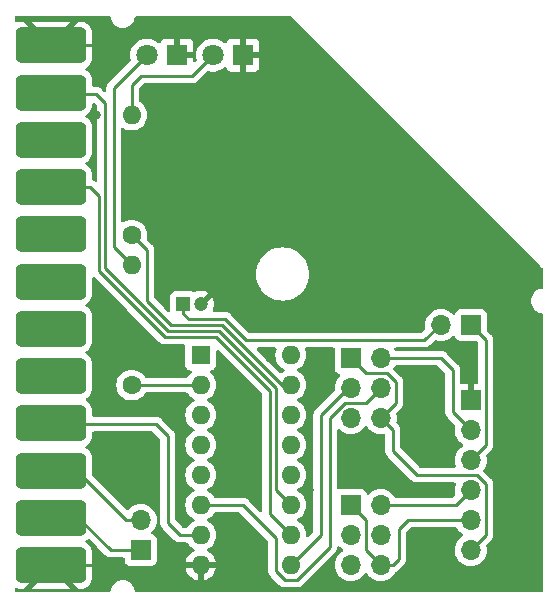
<source format=gbr>
%TF.GenerationSoftware,KiCad,Pcbnew,7.0.1*%
%TF.CreationDate,2023-08-12T13:03:50+02:00*%
%TF.ProjectId,uprs232ttl,75707273-3233-4327-9474-6c2e6b696361,rev?*%
%TF.SameCoordinates,Original*%
%TF.FileFunction,Copper,L2,Bot*%
%TF.FilePolarity,Positive*%
%FSLAX46Y46*%
G04 Gerber Fmt 4.6, Leading zero omitted, Abs format (unit mm)*
G04 Created by KiCad (PCBNEW 7.0.1) date 2023-08-12 13:03:50*
%MOMM*%
%LPD*%
G01*
G04 APERTURE LIST*
G04 Aperture macros list*
%AMRoundRect*
0 Rectangle with rounded corners*
0 $1 Rounding radius*
0 $2 $3 $4 $5 $6 $7 $8 $9 X,Y pos of 4 corners*
0 Add a 4 corners polygon primitive as box body*
4,1,4,$2,$3,$4,$5,$6,$7,$8,$9,$2,$3,0*
0 Add four circle primitives for the rounded corners*
1,1,$1+$1,$2,$3*
1,1,$1+$1,$4,$5*
1,1,$1+$1,$6,$7*
1,1,$1+$1,$8,$9*
0 Add four rect primitives between the rounded corners*
20,1,$1+$1,$2,$3,$4,$5,0*
20,1,$1+$1,$4,$5,$6,$7,0*
20,1,$1+$1,$6,$7,$8,$9,0*
20,1,$1+$1,$8,$9,$2,$3,0*%
G04 Aperture macros list end*
%TA.AperFunction,ComponentPad*%
%ADD10R,1.600000X1.600000*%
%TD*%
%TA.AperFunction,ComponentPad*%
%ADD11O,1.600000X1.600000*%
%TD*%
%TA.AperFunction,SMDPad,CuDef*%
%ADD12RoundRect,0.450000X2.550000X1.050000X-2.550000X1.050000X-2.550000X-1.050000X2.550000X-1.050000X0*%
%TD*%
%TA.AperFunction,ComponentPad*%
%ADD13R,1.700000X1.700000*%
%TD*%
%TA.AperFunction,ComponentPad*%
%ADD14O,1.700000X1.700000*%
%TD*%
%TA.AperFunction,ComponentPad*%
%ADD15R,1.200000X1.200000*%
%TD*%
%TA.AperFunction,ComponentPad*%
%ADD16C,1.200000*%
%TD*%
%TA.AperFunction,ComponentPad*%
%ADD17C,1.600000*%
%TD*%
%TA.AperFunction,ComponentPad*%
%ADD18R,1.800000X1.800000*%
%TD*%
%TA.AperFunction,ComponentPad*%
%ADD19C,1.800000*%
%TD*%
%TA.AperFunction,ViaPad*%
%ADD20C,0.800000*%
%TD*%
%TA.AperFunction,Conductor*%
%ADD21C,0.250000*%
%TD*%
G04 APERTURE END LIST*
D10*
%TO.P,U1,1,VCC*%
%TO.N,+5V*%
X145796000Y-105664000D03*
D11*
%TO.P,U1,2*%
%TO.N,Net-(R1-Pad1)*%
X145796000Y-108204000D03*
%TO.P,U1,3*%
%TO.N,RX*%
X145796000Y-110744000D03*
%TO.P,U1,4*%
%TO.N,Net-(CN1-PB0)*%
X145796000Y-113284000D03*
%TO.P,U1,5*%
%TO.N,RX*%
X145796000Y-115824000D03*
%TO.P,U1,6*%
%TO.N,RTS*%
X145796000Y-118364000D03*
%TO.P,U1,7*%
%TO.N,Net-(CN1-PB1)*%
X145796000Y-120904000D03*
%TO.P,U1,8,VSS*%
%TO.N,GND*%
X145796000Y-123444000D03*
%TO.P,U1,9*%
%TO.N,CTS*%
X153416000Y-123444000D03*
%TO.P,U1,10*%
%TO.N,Net-(CN1-PB6)*%
X153416000Y-120904000D03*
%TO.P,U1,11*%
%TO.N,Net-(CN1-PA2)*%
X153416000Y-118364000D03*
%TO.P,U1,12*%
%TO.N,TX*%
X153416000Y-115824000D03*
%TO.P,U1,13*%
%TO.N,N/C*%
X153416000Y-113284000D03*
%TO.P,U1,14*%
%TO.N,TX*%
X153416000Y-110744000D03*
%TO.P,U1,15*%
%TO.N,Net-(R2-Pad1)*%
X153416000Y-108204000D03*
%TO.P,U1,16*%
%TO.N,N/C*%
X153416000Y-105664000D03*
%TD*%
D12*
%TO.P,CN1,A,GND*%
%TO.N,GND*%
X133096000Y-123442000D03*
%TO.P,CN1,B,FLAG*%
%TO.N,Net-(CN1-FLAG)*%
X133096000Y-119442000D03*
%TO.P,CN1,C,PB0*%
%TO.N,Net-(CN1-PB0)*%
X133096000Y-115442000D03*
%TO.P,CN1,D,PB1*%
%TO.N,Net-(CN1-PB1)*%
X133096000Y-111442000D03*
%TO.P,CN1,E,PB2*%
%TO.N,unconnected-(CN1-PB2-PadE)*%
X133096000Y-107442000D03*
%TO.P,CN1,F,PB3*%
%TO.N,unconnected-(CN1-PB3-PadF)*%
X133096000Y-103442000D03*
%TO.P,CN1,H,PB4*%
%TO.N,unconnected-(CN1-PB4-PadH)*%
X133096000Y-99442000D03*
%TO.P,CN1,J,PB5*%
%TO.N,unconnected-(CN1-PB5-PadJ)*%
X133096000Y-95442000D03*
%TO.P,CN1,K,PB6*%
%TO.N,Net-(CN1-PB6)*%
X133096000Y-91442000D03*
%TO.P,CN1,L,PB7*%
%TO.N,unconnected-(CN1-PB7-PadL)*%
X133096000Y-87442000D03*
%TO.P,CN1,M,PA2*%
%TO.N,Net-(CN1-PA2)*%
X133096000Y-83442000D03*
%TO.P,CN1,N,GND*%
%TO.N,GND*%
X133096000Y-79442000D03*
%TD*%
D13*
%TO.P,J5,1,Pin_1*%
%TO.N,Net-(J3-Pin_6)*%
X158496000Y-105918000D03*
D14*
%TO.P,J5,2,Pin_2*%
%TO.N,Net-(J3-Pin_2)*%
X161036000Y-105918000D03*
%TO.P,J5,3,Pin_3*%
%TO.N,CTS*%
X158496000Y-108458000D03*
%TO.P,J5,4,Pin_4*%
%TO.N,RTS*%
X161036000Y-108458000D03*
%TO.P,J5,5,Pin_5*%
%TO.N,Net-(J3-Pin_2)*%
X158496000Y-110998000D03*
%TO.P,J5,6,Pin_6*%
%TO.N,Net-(J3-Pin_6)*%
X161036000Y-110998000D03*
%TD*%
D13*
%TO.P,J2,1,A*%
%TO.N,Net-(J2-A)*%
X168661000Y-103124000D03*
D14*
%TO.P,J2,2,B*%
%TO.N,+5V*%
X166121000Y-103124000D03*
%TD*%
D15*
%TO.P,C1,1*%
%TO.N,+5V*%
X144311401Y-101346000D03*
D16*
%TO.P,C1,2*%
%TO.N,GND*%
X145811401Y-101346000D03*
%TD*%
D13*
%TO.P,J3,1,Pin_1*%
%TO.N,GND*%
X168656000Y-109474000D03*
D14*
%TO.P,J3,2,Pin_2*%
%TO.N,Net-(J3-Pin_2)*%
X168656000Y-112014000D03*
%TO.P,J3,3,Pin_3*%
%TO.N,Net-(J2-A)*%
X168656000Y-114554000D03*
%TO.P,J3,4,Pin_4*%
%TO.N,Net-(J3-Pin_4)*%
X168656000Y-117094000D03*
%TO.P,J3,5,Pin_5*%
%TO.N,Net-(J3-Pin_5)*%
X168656000Y-119634000D03*
%TO.P,J3,6,Pin_6*%
%TO.N,Net-(J3-Pin_6)*%
X168656000Y-122174000D03*
%TD*%
D17*
%TO.P,R2,1*%
%TO.N,Net-(R2-Pad1)*%
X139954000Y-95504000D03*
D11*
%TO.P,R2,2*%
%TO.N,Net-(D2-A)*%
X139954000Y-85344000D03*
%TD*%
D18*
%TO.P,D1,1,K*%
%TO.N,GND*%
X143764000Y-80264000D03*
D19*
%TO.P,D1,2,A*%
%TO.N,Net-(D1-A)*%
X141224000Y-80264000D03*
%TD*%
D13*
%TO.P,J1,1,A*%
%TO.N,Net-(CN1-FLAG)*%
X140716000Y-122174000D03*
D14*
%TO.P,J1,2,B*%
%TO.N,Net-(CN1-PB0)*%
X140716000Y-119634000D03*
%TD*%
D18*
%TO.P,D2,1,K*%
%TO.N,GND*%
X149352000Y-80264000D03*
D19*
%TO.P,D2,2,A*%
%TO.N,Net-(D2-A)*%
X146812000Y-80264000D03*
%TD*%
D17*
%TO.P,R1,1*%
%TO.N,Net-(R1-Pad1)*%
X139954000Y-108204000D03*
D11*
%TO.P,R1,2*%
%TO.N,Net-(D1-A)*%
X139954000Y-98044000D03*
%TD*%
D13*
%TO.P,J4,1,Pin_1*%
%TO.N,Net-(J3-Pin_5)*%
X158496000Y-118364000D03*
D14*
%TO.P,J4,2,Pin_2*%
%TO.N,Net-(J3-Pin_4)*%
X161036000Y-118364000D03*
%TO.P,J4,3,Pin_3*%
%TO.N,RX*%
X158496000Y-120904000D03*
%TO.P,J4,4,Pin_4*%
%TO.N,TX*%
X161036000Y-120904000D03*
%TO.P,J4,5,Pin_5*%
%TO.N,Net-(J3-Pin_4)*%
X158496000Y-123444000D03*
%TO.P,J4,6,Pin_6*%
%TO.N,Net-(J3-Pin_5)*%
X161036000Y-123444000D03*
%TD*%
D20*
%TO.N,GND*%
X165608000Y-107442000D03*
X155956000Y-105918000D03*
X141224000Y-109982000D03*
X158242000Y-114046000D03*
X151638000Y-105918000D03*
X136906000Y-85344000D03*
X144272000Y-119634000D03*
X148336000Y-117094000D03*
X137668000Y-124206000D03*
X148590000Y-108966000D03*
X139446000Y-79502000D03*
X143256000Y-122428000D03*
X166878000Y-117094000D03*
X139954000Y-114554000D03*
X173228000Y-98806000D03*
X155702000Y-124714000D03*
X166878000Y-104902000D03*
X154940000Y-117094000D03*
X147574000Y-101346000D03*
%TD*%
D21*
%TO.N,+5V*%
X144311401Y-102147401D02*
X144311401Y-101346000D01*
X164725000Y-104394000D02*
X149606000Y-104394000D01*
X149606000Y-104394000D02*
X147828000Y-102616000D01*
X147828000Y-102616000D02*
X144780000Y-102616000D01*
X166121000Y-102998000D02*
X164725000Y-104394000D01*
X144780000Y-102616000D02*
X144311401Y-102147401D01*
%TO.N,GND*%
X133096000Y-79442000D02*
X136712000Y-79442000D01*
X133096000Y-123442000D02*
X136904000Y-123442000D01*
X136712000Y-79442000D02*
X136906000Y-79248000D01*
%TO.N,CTS*%
X155956000Y-120904000D02*
X153416000Y-123444000D01*
X158496000Y-108458000D02*
X158242000Y-108458000D01*
X158242000Y-108458000D02*
X155956000Y-110744000D01*
X155956000Y-110744000D02*
X155956000Y-120904000D01*
%TO.N,RTS*%
X156718000Y-110998000D02*
X156718000Y-121920000D01*
X152146000Y-121158000D02*
X149352000Y-118364000D01*
X159766000Y-109728000D02*
X157988000Y-109728000D01*
X152146000Y-123952000D02*
X152146000Y-121158000D01*
X149352000Y-118364000D02*
X145796000Y-118364000D01*
X157988000Y-109728000D02*
X156718000Y-110998000D01*
X161036000Y-108458000D02*
X159766000Y-109728000D01*
X156718000Y-121920000D02*
X153924000Y-124714000D01*
X153924000Y-124714000D02*
X152908000Y-124714000D01*
X152908000Y-124714000D02*
X152146000Y-123952000D01*
%TO.N,Net-(CN1-FLAG)*%
X138176000Y-122174000D02*
X135444000Y-119442000D01*
X135444000Y-119442000D02*
X133096000Y-119442000D01*
X140716000Y-122174000D02*
X138176000Y-122174000D01*
%TO.N,Net-(CN1-PB0)*%
X135128000Y-115316000D02*
X133222000Y-115316000D01*
X133222000Y-115316000D02*
X133096000Y-115442000D01*
X140716000Y-119634000D02*
X139446000Y-119634000D01*
X139446000Y-119634000D02*
X135128000Y-115316000D01*
%TO.N,Net-(CN1-PB1)*%
X143002000Y-119888000D02*
X144018000Y-120904000D01*
X143002000Y-112522000D02*
X141986000Y-111506000D01*
X144018000Y-120904000D02*
X145796000Y-120904000D01*
X143002000Y-112522000D02*
X143002000Y-119888000D01*
X133160000Y-111506000D02*
X133096000Y-111442000D01*
X141986000Y-111506000D02*
X133160000Y-111506000D01*
%TO.N,Net-(CN1-PB6)*%
X151638000Y-119126000D02*
X153416000Y-120904000D01*
X137160000Y-92202000D02*
X137160000Y-98552000D01*
X151638000Y-108712000D02*
X151638000Y-119126000D01*
X136400000Y-91442000D02*
X137160000Y-92202000D01*
X137160000Y-98552000D02*
X142748000Y-104140000D01*
X142748000Y-104140000D02*
X147066000Y-104140000D01*
X133096000Y-91442000D02*
X136400000Y-91442000D01*
X147066000Y-104140000D02*
X151638000Y-108712000D01*
%TO.N,Net-(CN1-PA2)*%
X137668000Y-98298000D02*
X143002000Y-103632000D01*
X152146000Y-117094000D02*
X153416000Y-118364000D01*
X137668000Y-84328000D02*
X137668000Y-98298000D01*
X152146000Y-108458000D02*
X152146000Y-117094000D01*
X147320000Y-103632000D02*
X152146000Y-108458000D01*
X133096000Y-83442000D02*
X133220000Y-83566000D01*
X133220000Y-83566000D02*
X136906000Y-83566000D01*
X136906000Y-83566000D02*
X137668000Y-84328000D01*
X143002000Y-103632000D02*
X147320000Y-103632000D01*
%TO.N,Net-(J3-Pin_2)*%
X166116000Y-105918000D02*
X167132000Y-106934000D01*
X167132000Y-110490000D02*
X168656000Y-112014000D01*
X161036000Y-105918000D02*
X166116000Y-105918000D01*
X167132000Y-106934000D02*
X167132000Y-110490000D01*
%TO.N,Net-(J3-Pin_4)*%
X161162000Y-118364000D02*
X161036000Y-118238000D01*
X168656000Y-117094000D02*
X167386000Y-118364000D01*
X167386000Y-118364000D02*
X161162000Y-118364000D01*
%TO.N,Net-(J3-Pin_5)*%
X162560000Y-120396000D02*
X162560000Y-122936000D01*
X161162000Y-123444000D02*
X161036000Y-123318000D01*
X168656000Y-119634000D02*
X163322000Y-119634000D01*
X162560000Y-122936000D02*
X162052000Y-123444000D01*
X163322000Y-119634000D02*
X162560000Y-120396000D01*
X158496000Y-118364000D02*
X159766000Y-119634000D01*
X162052000Y-123444000D02*
X161162000Y-123444000D01*
X159766000Y-122174000D02*
X161036000Y-123444000D01*
X159766000Y-119634000D02*
X159766000Y-122174000D01*
%TO.N,Net-(J3-Pin_6)*%
X162052000Y-113792000D02*
X164084000Y-115824000D01*
X162306000Y-109728000D02*
X161036000Y-110998000D01*
X162306000Y-107950000D02*
X162306000Y-109728000D01*
X164084000Y-115824000D02*
X169164000Y-115824000D01*
X162052000Y-112014000D02*
X162052000Y-113792000D01*
X161036000Y-110998000D02*
X162052000Y-112014000D01*
X169164000Y-115824000D02*
X169926000Y-116586000D01*
X158496000Y-105918000D02*
X159766000Y-107188000D01*
X159766000Y-107188000D02*
X161544000Y-107188000D01*
X169926000Y-116586000D02*
X169926000Y-120904000D01*
X169926000Y-120904000D02*
X168656000Y-122174000D01*
X161544000Y-107188000D02*
X162306000Y-107950000D01*
%TO.N,Net-(J2-A)*%
X168661000Y-103129000D02*
X168661000Y-103124000D01*
X169926000Y-104394000D02*
X168661000Y-103129000D01*
X168656000Y-114554000D02*
X169926000Y-113284000D01*
X169926000Y-113284000D02*
X169926000Y-104394000D01*
%TO.N,Net-(R1-Pad1)*%
X145796000Y-108204000D02*
X139954000Y-108204000D01*
%TO.N,Net-(R2-Pad1)*%
X143256000Y-103124000D02*
X141224000Y-101092000D01*
X147574000Y-103124000D02*
X143256000Y-103124000D01*
X141224000Y-96774000D02*
X139954000Y-95504000D01*
X153416000Y-108204000D02*
X152654000Y-108204000D01*
X152654000Y-108204000D02*
X147574000Y-103124000D01*
X141224000Y-101092000D02*
X141224000Y-96774000D01*
%TO.N,Net-(D1-A)*%
X138430000Y-83058000D02*
X141224000Y-80264000D01*
X139954000Y-98044000D02*
X138430000Y-96520000D01*
X138430000Y-96520000D02*
X138430000Y-83058000D01*
%TO.N,Net-(D2-A)*%
X139954000Y-82804000D02*
X140716000Y-82042000D01*
X139954000Y-85344000D02*
X139954000Y-82804000D01*
X145034000Y-82042000D02*
X146812000Y-80264000D01*
X140716000Y-82042000D02*
X145034000Y-82042000D01*
%TD*%
%TA.AperFunction,Conductor*%
%TO.N,GND*%
G36*
X138110289Y-76975500D02*
G01*
X138153971Y-77011773D01*
X138176906Y-77063715D01*
X138210115Y-77241369D01*
X138278169Y-77417036D01*
X138377339Y-77577203D01*
X138504254Y-77716422D01*
X138654586Y-77829947D01*
X138823226Y-77913920D01*
X139004415Y-77965473D01*
X139045218Y-77969253D01*
X139192000Y-77982855D01*
X139350255Y-77968190D01*
X139379584Y-77965473D01*
X139560773Y-77913920D01*
X139729413Y-77829947D01*
X139879745Y-77716422D01*
X140006660Y-77577203D01*
X140006660Y-77577202D01*
X140105832Y-77417034D01*
X140173885Y-77241370D01*
X140207093Y-77063715D01*
X140230029Y-77011773D01*
X140273711Y-76975500D01*
X140328983Y-76962500D01*
X153364430Y-76962500D01*
X153411883Y-76971939D01*
X153452111Y-76998819D01*
X174715181Y-98261888D01*
X174742061Y-98302116D01*
X174751500Y-98349569D01*
X174751500Y-99955017D01*
X174738500Y-100010289D01*
X174702227Y-100053971D01*
X174650285Y-100076906D01*
X174472630Y-100110115D01*
X174296963Y-100178169D01*
X174136796Y-100277339D01*
X173997577Y-100404254D01*
X173884052Y-100554586D01*
X173800079Y-100723226D01*
X173748526Y-100904415D01*
X173731145Y-101092000D01*
X173748526Y-101279584D01*
X173800079Y-101460773D01*
X173884052Y-101629413D01*
X173997577Y-101779745D01*
X174136796Y-101906660D01*
X174246894Y-101974829D01*
X174296966Y-102005832D01*
X174472630Y-102073885D01*
X174636834Y-102104579D01*
X174650285Y-102107094D01*
X174702227Y-102130029D01*
X174738500Y-102173711D01*
X174751500Y-102228983D01*
X174751500Y-125605500D01*
X174734887Y-125667500D01*
X174689500Y-125712887D01*
X174627500Y-125729500D01*
X170180099Y-125729500D01*
X151892099Y-125729500D01*
X140328983Y-125729500D01*
X140273711Y-125716500D01*
X140230029Y-125680227D01*
X140207094Y-125628285D01*
X140202835Y-125605500D01*
X140173885Y-125450630D01*
X140105832Y-125274966D01*
X140066951Y-125212170D01*
X140006660Y-125114796D01*
X139879745Y-124975577D01*
X139729413Y-124862052D01*
X139560773Y-124778079D01*
X139379584Y-124726526D01*
X139192000Y-124709145D01*
X139004415Y-124726526D01*
X138823226Y-124778079D01*
X138654586Y-124862052D01*
X138504254Y-124975577D01*
X138377339Y-125114796D01*
X138278169Y-125274963D01*
X138210115Y-125450630D01*
X138176906Y-125628285D01*
X138153971Y-125680227D01*
X138110289Y-125716500D01*
X138055017Y-125729500D01*
X130172500Y-125729500D01*
X130110500Y-125712887D01*
X130065113Y-125667500D01*
X130048500Y-125605500D01*
X130048500Y-125502229D01*
X130061520Y-125446916D01*
X130097847Y-125403219D01*
X130149851Y-125380315D01*
X130206612Y-125383013D01*
X130377537Y-125431920D01*
X130490902Y-125441999D01*
X130742446Y-125441999D01*
X130742447Y-125441998D01*
X131449553Y-125441998D01*
X131449554Y-125441999D01*
X134742445Y-125441999D01*
X134742445Y-125441998D01*
X133095999Y-123795553D01*
X133095998Y-123795553D01*
X131449553Y-125441998D01*
X130742447Y-125441998D01*
X133008318Y-123176127D01*
X133063905Y-123144033D01*
X133128093Y-123144033D01*
X133183680Y-123176127D01*
X135449552Y-125441999D01*
X135701098Y-125441999D01*
X135814463Y-125431920D01*
X136000219Y-125378769D01*
X136171473Y-125289314D01*
X136321215Y-125167215D01*
X136443314Y-125017473D01*
X136532769Y-124846219D01*
X136585920Y-124660463D01*
X136595999Y-124547098D01*
X136595999Y-123694000D01*
X144517128Y-123694000D01*
X144569733Y-123890326D01*
X144665865Y-124096480D01*
X144796341Y-124282819D01*
X144957180Y-124443658D01*
X145143519Y-124574134D01*
X145349673Y-124670266D01*
X145545999Y-124722871D01*
X145546000Y-124722872D01*
X145546000Y-123694000D01*
X146046000Y-123694000D01*
X146046000Y-124722871D01*
X146242326Y-124670266D01*
X146448480Y-124574134D01*
X146634819Y-124443658D01*
X146795658Y-124282819D01*
X146926134Y-124096480D01*
X147022266Y-123890326D01*
X147074872Y-123694000D01*
X146046000Y-123694000D01*
X145546000Y-123694000D01*
X144517128Y-123694000D01*
X136595999Y-123694000D01*
X136595999Y-122336902D01*
X136585920Y-122223536D01*
X136532769Y-122037780D01*
X136443314Y-121866526D01*
X136321215Y-121716784D01*
X136171473Y-121594685D01*
X136090122Y-121552191D01*
X136041479Y-121506535D01*
X136023533Y-121442282D01*
X136041479Y-121378029D01*
X136090121Y-121332373D01*
X136171751Y-121289734D01*
X136214592Y-121254801D01*
X136269014Y-121229235D01*
X136329070Y-121232280D01*
X136380631Y-121263221D01*
X137032805Y-121915396D01*
X137675196Y-122557787D01*
X137688096Y-122573888D01*
X137739223Y-122621900D01*
X137742019Y-122624610D01*
X137761529Y-122644120D01*
X137764711Y-122646588D01*
X137773571Y-122654155D01*
X137805417Y-122684061D01*
X137805418Y-122684062D01*
X137822970Y-122693711D01*
X137839238Y-122704397D01*
X137855064Y-122716673D01*
X137895146Y-122734017D01*
X137905633Y-122739155D01*
X137943907Y-122760197D01*
X137952410Y-122762379D01*
X137963308Y-122765178D01*
X137981713Y-122771478D01*
X138000104Y-122779437D01*
X138043250Y-122786270D01*
X138054668Y-122788635D01*
X138096981Y-122799500D01*
X138117016Y-122799500D01*
X138136415Y-122801027D01*
X138156196Y-122804160D01*
X138199674Y-122800050D01*
X138211344Y-122799500D01*
X139241501Y-122799500D01*
X139303501Y-122816113D01*
X139348888Y-122861500D01*
X139365501Y-122923500D01*
X139365501Y-123071870D01*
X139371909Y-123131484D01*
X139385563Y-123168092D01*
X139422204Y-123266331D01*
X139508454Y-123381546D01*
X139623669Y-123467796D01*
X139758517Y-123518091D01*
X139818127Y-123524500D01*
X141613872Y-123524499D01*
X141673483Y-123518091D01*
X141808331Y-123467796D01*
X141923546Y-123381546D01*
X142009796Y-123266331D01*
X142060091Y-123131483D01*
X142066500Y-123071873D01*
X142066499Y-121276128D01*
X142060091Y-121216517D01*
X142009796Y-121081669D01*
X141923546Y-120966454D01*
X141808331Y-120880204D01*
X141746898Y-120857291D01*
X141676916Y-120831189D01*
X141626537Y-120796209D01*
X141599084Y-120741365D01*
X141601273Y-120680072D01*
X141632566Y-120627329D01*
X141754495Y-120505401D01*
X141890035Y-120311830D01*
X141989903Y-120097663D01*
X142051063Y-119869408D01*
X142071659Y-119634000D01*
X142051063Y-119398592D01*
X141989903Y-119170337D01*
X141890035Y-118956171D01*
X141754495Y-118762599D01*
X141587401Y-118595505D01*
X141393830Y-118459965D01*
X141179663Y-118360097D01*
X141118502Y-118343709D01*
X140951407Y-118298936D01*
X140716000Y-118278340D01*
X140480592Y-118298936D01*
X140252336Y-118360097D01*
X140038170Y-118459965D01*
X139844598Y-118595505D01*
X139677504Y-118762599D01*
X139672352Y-118769957D01*
X139632777Y-118806218D01*
X139581585Y-118822356D01*
X139528369Y-118815349D01*
X139483100Y-118786509D01*
X136632819Y-115936228D01*
X136605939Y-115896000D01*
X136596500Y-115848547D01*
X136596500Y-114336864D01*
X136594876Y-114318594D01*
X136586417Y-114223448D01*
X136533237Y-114037594D01*
X136443734Y-113866249D01*
X136321571Y-113716429D01*
X136171751Y-113594266D01*
X136090659Y-113551907D01*
X136042019Y-113506253D01*
X136024073Y-113442000D01*
X136042019Y-113377747D01*
X136090659Y-113332092D01*
X136171751Y-113289734D01*
X136321571Y-113167571D01*
X136443734Y-113017751D01*
X136533237Y-112846406D01*
X136586417Y-112660552D01*
X136596500Y-112547138D01*
X136596500Y-112255500D01*
X136613113Y-112193500D01*
X136658500Y-112148113D01*
X136720500Y-112131500D01*
X141675548Y-112131500D01*
X141723001Y-112140939D01*
X141763229Y-112167819D01*
X142340181Y-112744772D01*
X142367061Y-112785000D01*
X142376500Y-112832453D01*
X142376500Y-119805256D01*
X142374235Y-119825762D01*
X142376439Y-119895873D01*
X142376500Y-119899768D01*
X142376500Y-119927349D01*
X142377003Y-119931334D01*
X142377918Y-119942967D01*
X142379290Y-119986626D01*
X142384879Y-120005860D01*
X142388825Y-120024916D01*
X142391335Y-120044792D01*
X142407414Y-120085404D01*
X142411197Y-120096451D01*
X142423382Y-120138391D01*
X142433580Y-120155635D01*
X142442136Y-120173100D01*
X142449514Y-120191732D01*
X142449515Y-120191733D01*
X142475180Y-120227059D01*
X142481593Y-120236822D01*
X142503826Y-120274416D01*
X142503829Y-120274419D01*
X142503830Y-120274420D01*
X142517995Y-120288585D01*
X142530627Y-120303375D01*
X142542406Y-120319587D01*
X142576058Y-120347426D01*
X142584699Y-120355289D01*
X143517196Y-121287787D01*
X143530096Y-121303888D01*
X143581223Y-121351900D01*
X143584020Y-121354611D01*
X143603529Y-121374120D01*
X143606711Y-121376588D01*
X143615571Y-121384155D01*
X143647418Y-121414062D01*
X143660037Y-121420999D01*
X143664972Y-121423712D01*
X143681236Y-121434396D01*
X143691403Y-121442282D01*
X143697064Y-121446673D01*
X143721909Y-121457424D01*
X143737152Y-121464021D01*
X143747631Y-121469154D01*
X143785908Y-121490197D01*
X143805306Y-121495177D01*
X143823708Y-121501477D01*
X143842104Y-121509438D01*
X143885261Y-121516273D01*
X143896664Y-121518634D01*
X143938981Y-121529500D01*
X143959016Y-121529500D01*
X143978413Y-121531026D01*
X143998196Y-121534160D01*
X144041674Y-121530050D01*
X144053344Y-121529500D01*
X144581812Y-121529500D01*
X144639069Y-121543511D01*
X144683387Y-121582377D01*
X144795953Y-121743140D01*
X144956859Y-121904046D01*
X145143264Y-122034567D01*
X145143265Y-122034567D01*
X145143266Y-122034568D01*
X145201865Y-122061893D01*
X145254040Y-122107650D01*
X145273460Y-122174274D01*
X145254041Y-122240899D01*
X145201866Y-122286656D01*
X145143522Y-122313863D01*
X144957180Y-122444341D01*
X144796341Y-122605180D01*
X144665865Y-122791519D01*
X144569733Y-122997673D01*
X144517128Y-123193999D01*
X144517128Y-123194000D01*
X147074872Y-123194000D01*
X147074871Y-123193999D01*
X147022266Y-122997673D01*
X146926134Y-122791519D01*
X146795658Y-122605180D01*
X146634819Y-122444341D01*
X146448482Y-122313866D01*
X146390133Y-122286657D01*
X146337958Y-122240899D01*
X146318539Y-122174274D01*
X146337959Y-122107649D01*
X146390134Y-122061893D01*
X146448734Y-122034568D01*
X146635139Y-121904047D01*
X146796047Y-121743139D01*
X146926568Y-121556734D01*
X147022739Y-121350496D01*
X147081635Y-121130692D01*
X147101468Y-120904000D01*
X147081635Y-120677308D01*
X147022739Y-120457504D01*
X146926568Y-120251266D01*
X146924727Y-120248637D01*
X146796046Y-120064859D01*
X146635140Y-119903953D01*
X146448733Y-119773431D01*
X146390725Y-119746382D01*
X146338549Y-119700625D01*
X146319129Y-119634000D01*
X146338549Y-119567375D01*
X146390725Y-119521618D01*
X146448734Y-119494568D01*
X146635139Y-119364047D01*
X146796047Y-119203139D01*
X146908612Y-119042377D01*
X146952931Y-119003511D01*
X147010188Y-118989500D01*
X149041548Y-118989500D01*
X149089001Y-118998939D01*
X149129229Y-119025819D01*
X151484181Y-121380771D01*
X151511061Y-121420999D01*
X151520500Y-121468452D01*
X151520500Y-123869256D01*
X151518235Y-123889762D01*
X151520439Y-123959873D01*
X151520500Y-123963768D01*
X151520500Y-123991349D01*
X151521003Y-123995334D01*
X151521918Y-124006967D01*
X151523290Y-124050626D01*
X151528879Y-124069860D01*
X151532825Y-124088916D01*
X151535335Y-124108792D01*
X151551414Y-124149404D01*
X151555197Y-124160451D01*
X151567382Y-124202391D01*
X151577580Y-124219635D01*
X151586136Y-124237100D01*
X151593514Y-124255732D01*
X151593515Y-124255733D01*
X151619180Y-124291059D01*
X151625593Y-124300822D01*
X151647826Y-124338416D01*
X151647829Y-124338419D01*
X151647830Y-124338420D01*
X151661995Y-124352585D01*
X151674627Y-124367375D01*
X151686406Y-124383587D01*
X151720058Y-124411426D01*
X151728699Y-124419289D01*
X152407197Y-125097787D01*
X152420098Y-125113889D01*
X152422212Y-125115874D01*
X152422214Y-125115877D01*
X152469561Y-125160339D01*
X152471240Y-125161916D01*
X152474036Y-125164626D01*
X152493530Y-125184120D01*
X152496704Y-125186582D01*
X152505568Y-125194153D01*
X152537418Y-125224062D01*
X152547914Y-125229832D01*
X152554974Y-125233714D01*
X152571231Y-125244392D01*
X152587064Y-125256674D01*
X152603185Y-125263649D01*
X152627156Y-125274023D01*
X152637643Y-125279160D01*
X152675908Y-125300197D01*
X152695316Y-125305180D01*
X152713710Y-125311478D01*
X152732105Y-125319438D01*
X152775254Y-125326271D01*
X152786680Y-125328638D01*
X152802222Y-125332629D01*
X152828980Y-125339500D01*
X152828981Y-125339500D01*
X152849016Y-125339500D01*
X152868413Y-125341026D01*
X152888196Y-125344160D01*
X152931674Y-125340050D01*
X152943344Y-125339500D01*
X153841256Y-125339500D01*
X153861762Y-125341764D01*
X153864665Y-125341672D01*
X153864667Y-125341673D01*
X153931872Y-125339561D01*
X153935768Y-125339500D01*
X153963349Y-125339500D01*
X153963350Y-125339500D01*
X153967319Y-125338998D01*
X153978965Y-125338080D01*
X154022627Y-125336709D01*
X154041859Y-125331120D01*
X154060918Y-125327174D01*
X154068091Y-125326268D01*
X154080792Y-125324664D01*
X154121407Y-125308582D01*
X154132444Y-125304803D01*
X154174390Y-125292618D01*
X154191629Y-125282422D01*
X154209102Y-125273862D01*
X154227732Y-125266486D01*
X154263064Y-125240814D01*
X154272830Y-125234400D01*
X154310418Y-125212171D01*
X154310417Y-125212171D01*
X154310420Y-125212170D01*
X154324585Y-125198004D01*
X154339373Y-125185373D01*
X154355587Y-125173594D01*
X154383438Y-125139926D01*
X154391279Y-125131309D01*
X157101786Y-122420802D01*
X157117887Y-122407904D01*
X157119874Y-122405787D01*
X157119877Y-122405786D01*
X157165932Y-122356741D01*
X157168613Y-122353976D01*
X157188120Y-122334470D01*
X157190581Y-122331295D01*
X157198152Y-122322431D01*
X157228062Y-122290582D01*
X157237713Y-122273026D01*
X157248393Y-122256767D01*
X157260674Y-122240936D01*
X157278018Y-122200851D01*
X157283160Y-122190356D01*
X157286757Y-122183814D01*
X157304197Y-122152092D01*
X157309178Y-122132688D01*
X157315480Y-122114283D01*
X157323438Y-122095895D01*
X157330270Y-122052748D01*
X157332639Y-122041316D01*
X157343500Y-121999020D01*
X157343500Y-121978984D01*
X157345027Y-121959586D01*
X157347519Y-121943852D01*
X157375702Y-121882719D01*
X157431674Y-121845319D01*
X157498939Y-121842676D01*
X157557673Y-121875568D01*
X157624599Y-121942495D01*
X157810160Y-122072426D01*
X157849024Y-122116743D01*
X157863035Y-122174000D01*
X157849024Y-122231257D01*
X157810158Y-122275575D01*
X157730560Y-122331311D01*
X157624595Y-122405508D01*
X157457505Y-122572598D01*
X157321965Y-122766170D01*
X157222097Y-122980336D01*
X157160936Y-123208592D01*
X157140340Y-123444000D01*
X157160936Y-123679407D01*
X157205709Y-123846502D01*
X157222097Y-123907663D01*
X157321965Y-124121830D01*
X157457505Y-124315401D01*
X157624599Y-124482495D01*
X157818170Y-124618035D01*
X158032337Y-124717903D01*
X158260592Y-124779063D01*
X158496000Y-124799659D01*
X158731408Y-124779063D01*
X158959663Y-124717903D01*
X159173830Y-124618035D01*
X159367401Y-124482495D01*
X159534495Y-124315401D01*
X159664426Y-124129839D01*
X159708743Y-124090975D01*
X159766000Y-124076964D01*
X159823257Y-124090975D01*
X159867573Y-124129839D01*
X159997505Y-124315401D01*
X160164599Y-124482495D01*
X160358170Y-124618035D01*
X160572337Y-124717903D01*
X160800592Y-124779063D01*
X161036000Y-124799659D01*
X161271408Y-124779063D01*
X161499663Y-124717903D01*
X161713830Y-124618035D01*
X161907401Y-124482495D01*
X162074495Y-124315401D01*
X162210035Y-124121830D01*
X162225303Y-124089085D01*
X162256991Y-124047339D01*
X162298925Y-124024666D01*
X162302386Y-124022619D01*
X162302390Y-124022618D01*
X162319629Y-124012422D01*
X162337102Y-124003862D01*
X162355732Y-123996486D01*
X162391064Y-123970814D01*
X162400830Y-123964400D01*
X162438418Y-123942171D01*
X162438417Y-123942171D01*
X162438420Y-123942170D01*
X162452585Y-123928004D01*
X162467373Y-123915373D01*
X162483587Y-123903594D01*
X162511438Y-123869926D01*
X162519279Y-123861309D01*
X162943786Y-123436802D01*
X162959881Y-123423910D01*
X162961873Y-123421788D01*
X162961877Y-123421786D01*
X163007948Y-123372723D01*
X163010566Y-123370023D01*
X163030120Y-123350471D01*
X163032581Y-123347298D01*
X163040156Y-123338427D01*
X163070062Y-123306582D01*
X163079717Y-123289018D01*
X163090394Y-123272764D01*
X163102673Y-123256936D01*
X163120018Y-123216852D01*
X163125160Y-123206356D01*
X163131953Y-123194000D01*
X163146197Y-123168092D01*
X163151179Y-123148684D01*
X163157481Y-123130280D01*
X163165437Y-123111896D01*
X163172269Y-123068752D01*
X163174633Y-123057338D01*
X163185500Y-123015019D01*
X163185500Y-122994983D01*
X163187027Y-122975584D01*
X163190160Y-122955804D01*
X163186050Y-122912328D01*
X163185500Y-122900658D01*
X163185500Y-120706452D01*
X163194939Y-120658999D01*
X163221819Y-120618771D01*
X163544771Y-120295819D01*
X163584999Y-120268939D01*
X163632452Y-120259500D01*
X167380773Y-120259500D01*
X167438030Y-120273511D01*
X167482346Y-120312374D01*
X167617505Y-120505401D01*
X167784599Y-120672495D01*
X167970160Y-120802426D01*
X168009024Y-120846743D01*
X168023035Y-120904000D01*
X168009024Y-120961257D01*
X167970158Y-121005575D01*
X167837774Y-121098272D01*
X167784595Y-121135508D01*
X167617505Y-121302598D01*
X167481965Y-121496170D01*
X167382097Y-121710336D01*
X167320936Y-121938592D01*
X167300340Y-122173999D01*
X167320936Y-122409407D01*
X167363289Y-122567469D01*
X167382097Y-122637663D01*
X167481965Y-122851830D01*
X167617505Y-123045401D01*
X167784599Y-123212495D01*
X167978170Y-123348035D01*
X168192337Y-123447903D01*
X168420592Y-123509063D01*
X168656000Y-123529659D01*
X168891408Y-123509063D01*
X169119663Y-123447903D01*
X169333830Y-123348035D01*
X169527401Y-123212495D01*
X169694495Y-123045401D01*
X169830035Y-122851830D01*
X169929903Y-122637663D01*
X169991063Y-122409408D01*
X170011659Y-122174000D01*
X169991063Y-121938592D01*
X169964143Y-121838126D01*
X169964143Y-121773939D01*
X169996235Y-121718353D01*
X170309792Y-121404797D01*
X170325885Y-121391906D01*
X170327873Y-121389787D01*
X170327877Y-121389786D01*
X170373948Y-121340723D01*
X170376566Y-121338023D01*
X170396120Y-121318471D01*
X170398581Y-121315298D01*
X170406156Y-121306427D01*
X170436062Y-121274582D01*
X170445717Y-121257018D01*
X170456394Y-121240764D01*
X170468673Y-121224936D01*
X170486018Y-121184852D01*
X170491160Y-121174356D01*
X170512197Y-121136092D01*
X170517179Y-121116684D01*
X170523481Y-121098280D01*
X170531437Y-121079896D01*
X170538269Y-121036752D01*
X170540633Y-121025338D01*
X170551500Y-120983019D01*
X170551500Y-120962984D01*
X170553027Y-120943585D01*
X170553068Y-120943321D01*
X170556160Y-120923804D01*
X170552050Y-120880325D01*
X170551500Y-120868656D01*
X170551500Y-116668744D01*
X170553764Y-116648236D01*
X170553062Y-116625905D01*
X170551561Y-116578113D01*
X170551500Y-116574219D01*
X170551500Y-116546654D01*
X170551500Y-116546650D01*
X170550997Y-116542670D01*
X170550081Y-116531028D01*
X170548710Y-116487373D01*
X170543118Y-116468126D01*
X170539174Y-116449085D01*
X170536664Y-116429208D01*
X170520579Y-116388583D01*
X170516808Y-116377568D01*
X170504618Y-116335610D01*
X170494414Y-116318355D01*
X170485861Y-116300895D01*
X170484150Y-116296573D01*
X170478486Y-116282268D01*
X170452808Y-116246925D01*
X170446401Y-116237171D01*
X170439722Y-116225877D01*
X170424170Y-116199580D01*
X170410006Y-116185415D01*
X170397367Y-116170617D01*
X170385595Y-116154413D01*
X170351941Y-116126573D01*
X170343299Y-116118709D01*
X169749740Y-115525149D01*
X169719715Y-115476471D01*
X169714730Y-115419496D01*
X169735844Y-115366347D01*
X169830035Y-115231830D01*
X169929903Y-115017663D01*
X169991063Y-114789408D01*
X170011659Y-114554000D01*
X169991063Y-114318592D01*
X169964143Y-114218126D01*
X169964143Y-114153939D01*
X169996235Y-114098353D01*
X170309792Y-113784797D01*
X170325885Y-113771906D01*
X170327873Y-113769787D01*
X170327877Y-113769786D01*
X170373948Y-113720723D01*
X170376566Y-113718023D01*
X170396120Y-113698471D01*
X170398581Y-113695298D01*
X170406156Y-113686427D01*
X170436062Y-113654582D01*
X170445717Y-113637018D01*
X170456394Y-113620764D01*
X170468673Y-113604936D01*
X170486018Y-113564852D01*
X170491160Y-113554356D01*
X170512197Y-113516092D01*
X170517179Y-113496684D01*
X170523481Y-113478280D01*
X170531437Y-113459896D01*
X170538269Y-113416752D01*
X170540633Y-113405338D01*
X170551500Y-113363019D01*
X170551500Y-113342984D01*
X170553027Y-113323585D01*
X170553068Y-113323321D01*
X170556160Y-113303804D01*
X170552050Y-113260325D01*
X170551500Y-113248656D01*
X170551500Y-104476741D01*
X170553763Y-104456237D01*
X170551561Y-104386145D01*
X170551500Y-104382251D01*
X170551500Y-104354657D01*
X170551500Y-104354650D01*
X170550995Y-104350653D01*
X170550080Y-104339023D01*
X170548709Y-104295373D01*
X170543120Y-104276140D01*
X170539174Y-104257082D01*
X170536664Y-104237208D01*
X170520588Y-104196606D01*
X170516804Y-104185552D01*
X170504619Y-104143613D01*
X170504618Y-104143612D01*
X170504618Y-104143610D01*
X170494417Y-104126361D01*
X170485860Y-104108895D01*
X170478486Y-104090268D01*
X170452813Y-104054932D01*
X170446402Y-104045172D01*
X170443680Y-104040569D01*
X170424170Y-104007579D01*
X170410006Y-103993414D01*
X170397369Y-103978620D01*
X170385595Y-103962414D01*
X170385594Y-103962413D01*
X170351935Y-103934568D01*
X170343305Y-103926714D01*
X170047818Y-103631227D01*
X170020938Y-103590999D01*
X170011499Y-103543546D01*
X170011499Y-102226130D01*
X170009489Y-102207430D01*
X170005091Y-102166517D01*
X169954796Y-102031669D01*
X169868546Y-101916454D01*
X169753331Y-101830204D01*
X169618483Y-101779909D01*
X169558873Y-101773500D01*
X169558869Y-101773500D01*
X167763130Y-101773500D01*
X167703515Y-101779909D01*
X167568669Y-101830204D01*
X167453454Y-101916454D01*
X167367204Y-102031669D01*
X167318189Y-102163083D01*
X167283209Y-102213462D01*
X167228365Y-102240915D01*
X167167072Y-102238726D01*
X167114326Y-102207430D01*
X166992404Y-102085508D01*
X166992404Y-102085507D01*
X166992401Y-102085505D01*
X166798830Y-101949965D01*
X166584663Y-101850097D01*
X166523501Y-101833709D01*
X166356407Y-101788936D01*
X166121000Y-101768340D01*
X165885592Y-101788936D01*
X165657336Y-101850097D01*
X165443170Y-101949965D01*
X165249598Y-102085505D01*
X165082505Y-102252598D01*
X164946965Y-102446170D01*
X164847097Y-102660336D01*
X164785936Y-102888592D01*
X164765340Y-103123999D01*
X164785936Y-103359412D01*
X164786230Y-103360507D01*
X164786229Y-103362761D01*
X164786882Y-103370215D01*
X164786229Y-103370272D01*
X164786227Y-103424690D01*
X164754134Y-103480273D01*
X164502225Y-103732183D01*
X164462000Y-103759061D01*
X164414547Y-103768500D01*
X149916452Y-103768500D01*
X149868999Y-103759061D01*
X149828771Y-103732181D01*
X148328802Y-102232211D01*
X148315906Y-102216113D01*
X148264775Y-102168098D01*
X148261978Y-102165387D01*
X148242470Y-102145879D01*
X148239290Y-102143412D01*
X148230424Y-102135839D01*
X148198582Y-102105938D01*
X148181024Y-102096285D01*
X148164764Y-102085604D01*
X148148936Y-102073327D01*
X148108851Y-102055980D01*
X148098361Y-102050841D01*
X148060091Y-102029802D01*
X148040691Y-102024821D01*
X148022284Y-102018519D01*
X148003897Y-102010562D01*
X147960758Y-102003729D01*
X147949324Y-102001361D01*
X147907019Y-101990500D01*
X147886984Y-101990500D01*
X147867586Y-101988973D01*
X147860162Y-101987797D01*
X147847805Y-101985840D01*
X147847804Y-101985840D01*
X147814751Y-101988964D01*
X147804325Y-101989950D01*
X147792656Y-101990500D01*
X146919572Y-101990500D01*
X146859233Y-101974829D01*
X146814145Y-101931778D01*
X146795704Y-101872227D01*
X146808571Y-101811229D01*
X146841516Y-101745064D01*
X146897304Y-101548992D01*
X146916113Y-101345999D01*
X146897304Y-101143007D01*
X146841515Y-100946931D01*
X146750649Y-100764448D01*
X146748866Y-100762086D01*
X146748866Y-100762085D01*
X145899081Y-101611871D01*
X145843494Y-101643965D01*
X145779306Y-101643965D01*
X145723719Y-101611871D01*
X145545529Y-101433681D01*
X145513435Y-101378094D01*
X145513435Y-101313906D01*
X145545529Y-101258319D01*
X146392089Y-100411758D01*
X146392088Y-100411757D01*
X146303815Y-100357101D01*
X146113721Y-100283459D01*
X145913329Y-100246000D01*
X145709473Y-100246000D01*
X145509080Y-100283460D01*
X145322497Y-100355741D01*
X145260830Y-100362960D01*
X145203395Y-100339381D01*
X145153732Y-100302204D01*
X145018884Y-100251909D01*
X144959274Y-100245500D01*
X144959270Y-100245500D01*
X143663531Y-100245500D01*
X143603916Y-100251909D01*
X143469070Y-100302204D01*
X143353855Y-100388454D01*
X143267605Y-100503668D01*
X143217310Y-100638516D01*
X143210901Y-100698131D01*
X143210901Y-101894949D01*
X143197386Y-101951244D01*
X143159786Y-101995267D01*
X143106299Y-102017422D01*
X143048583Y-102012880D01*
X142999220Y-101982630D01*
X142660555Y-101643965D01*
X141885819Y-100869228D01*
X141858939Y-100829000D01*
X141849500Y-100781547D01*
X141849500Y-98805999D01*
X150469691Y-98805999D01*
X150488986Y-99100396D01*
X150546542Y-99389746D01*
X150641372Y-99669108D01*
X150708380Y-99804985D01*
X150771860Y-99933709D01*
X150878824Y-100093791D01*
X150935202Y-100178168D01*
X150935766Y-100179011D01*
X151130288Y-100400821D01*
X151352098Y-100595343D01*
X151597400Y-100759249D01*
X151820414Y-100869228D01*
X151862000Y-100889736D01*
X152141362Y-100984566D01*
X152430712Y-101042122D01*
X152430713Y-101042122D01*
X152430718Y-101042123D01*
X152725109Y-101061418D01*
X153019500Y-101042123D01*
X153048558Y-101036343D01*
X153308855Y-100984566D01*
X153588217Y-100889736D01*
X153588216Y-100889736D01*
X153588220Y-100889735D01*
X153852818Y-100759249D01*
X154098120Y-100595343D01*
X154319930Y-100400821D01*
X154514452Y-100179011D01*
X154678358Y-99933709D01*
X154808844Y-99669111D01*
X154864419Y-99505392D01*
X154903675Y-99389746D01*
X154961231Y-99100396D01*
X154961230Y-99100396D01*
X154961232Y-99100391D01*
X154980527Y-98806000D01*
X154961232Y-98511609D01*
X154918666Y-98297617D01*
X154903675Y-98222253D01*
X154808845Y-97942891D01*
X154746913Y-97817307D01*
X154678358Y-97678291D01*
X154514452Y-97432989D01*
X154319930Y-97211179D01*
X154103393Y-97021281D01*
X154098119Y-97016656D01*
X154016722Y-96962269D01*
X153852818Y-96852751D01*
X153693126Y-96773999D01*
X153588217Y-96722263D01*
X153308855Y-96627433D01*
X153019505Y-96569877D01*
X152725109Y-96550582D01*
X152430712Y-96569877D01*
X152141362Y-96627433D01*
X151862000Y-96722263D01*
X151597400Y-96852751D01*
X151352098Y-97016656D01*
X151130288Y-97211179D01*
X150935765Y-97432989D01*
X150771860Y-97678291D01*
X150641372Y-97942891D01*
X150546542Y-98222253D01*
X150488986Y-98511603D01*
X150469691Y-98805999D01*
X141849500Y-98805999D01*
X141849500Y-96856740D01*
X141851763Y-96836236D01*
X141849561Y-96766144D01*
X141849500Y-96762250D01*
X141849500Y-96734657D01*
X141849500Y-96734650D01*
X141848995Y-96730653D01*
X141848080Y-96719023D01*
X141846709Y-96675373D01*
X141841120Y-96656140D01*
X141837174Y-96637082D01*
X141834664Y-96617208D01*
X141818588Y-96576606D01*
X141814804Y-96565552D01*
X141802619Y-96523613D01*
X141802618Y-96523612D01*
X141802618Y-96523610D01*
X141792417Y-96506361D01*
X141783860Y-96488895D01*
X141776486Y-96470268D01*
X141750813Y-96434932D01*
X141744402Y-96425172D01*
X141722169Y-96387578D01*
X141708006Y-96373415D01*
X141695369Y-96358620D01*
X141683595Y-96342414D01*
X141683594Y-96342413D01*
X141649935Y-96314568D01*
X141641305Y-96306714D01*
X141253413Y-95918822D01*
X141221319Y-95863234D01*
X141221319Y-95799047D01*
X141239635Y-95730692D01*
X141259468Y-95504000D01*
X141239635Y-95277308D01*
X141180739Y-95057504D01*
X141084568Y-94851266D01*
X140954047Y-94664861D01*
X140954046Y-94664859D01*
X140793140Y-94503953D01*
X140606735Y-94373432D01*
X140400497Y-94277261D01*
X140180689Y-94218364D01*
X139954000Y-94198531D01*
X139727310Y-94218364D01*
X139507502Y-94277261D01*
X139301264Y-94373432D01*
X139250623Y-94408892D01*
X139187609Y-94431052D01*
X139122243Y-94417306D01*
X139073491Y-94371645D01*
X139055500Y-94307317D01*
X139055500Y-86540683D01*
X139073491Y-86476355D01*
X139122243Y-86430694D01*
X139187609Y-86416948D01*
X139250623Y-86439108D01*
X139301264Y-86474567D01*
X139301265Y-86474567D01*
X139301266Y-86474568D01*
X139507504Y-86570739D01*
X139727308Y-86629635D01*
X139954000Y-86649468D01*
X140180692Y-86629635D01*
X140400496Y-86570739D01*
X140606734Y-86474568D01*
X140793139Y-86344047D01*
X140954047Y-86183139D01*
X141084568Y-85996734D01*
X141180739Y-85790496D01*
X141239635Y-85570692D01*
X141259468Y-85344000D01*
X141239635Y-85117308D01*
X141180739Y-84897504D01*
X141084568Y-84691266D01*
X140986193Y-84550771D01*
X140954046Y-84504859D01*
X140793140Y-84343953D01*
X140632377Y-84231387D01*
X140593511Y-84187069D01*
X140579500Y-84129812D01*
X140579500Y-83114452D01*
X140588939Y-83066999D01*
X140615819Y-83026771D01*
X140938771Y-82703819D01*
X140978999Y-82676939D01*
X141026452Y-82667500D01*
X144951256Y-82667500D01*
X144971762Y-82669764D01*
X144974665Y-82669672D01*
X144974667Y-82669673D01*
X145041872Y-82667561D01*
X145045768Y-82667500D01*
X145073349Y-82667500D01*
X145073350Y-82667500D01*
X145077319Y-82666998D01*
X145088965Y-82666080D01*
X145132627Y-82664709D01*
X145151859Y-82659120D01*
X145170918Y-82655174D01*
X145177196Y-82654381D01*
X145190792Y-82652664D01*
X145231407Y-82636582D01*
X145242444Y-82632803D01*
X145284390Y-82620618D01*
X145301629Y-82610422D01*
X145319102Y-82601862D01*
X145337732Y-82594486D01*
X145373064Y-82568814D01*
X145382830Y-82562400D01*
X145420418Y-82540171D01*
X145420417Y-82540171D01*
X145420420Y-82540170D01*
X145434585Y-82526004D01*
X145449373Y-82513373D01*
X145465587Y-82501594D01*
X145493438Y-82467926D01*
X145501279Y-82459309D01*
X146313480Y-81647108D01*
X146373212Y-81613981D01*
X146441423Y-81617510D01*
X146467019Y-81626298D01*
X146695951Y-81664500D01*
X146928048Y-81664500D01*
X146928049Y-81664500D01*
X147156981Y-81626298D01*
X147376503Y-81550936D01*
X147580626Y-81440470D01*
X147763784Y-81297913D01*
X147772511Y-81288432D01*
X147825132Y-81254577D01*
X147887588Y-81250727D01*
X147943971Y-81277865D01*
X147979924Y-81329079D01*
X148008647Y-81406088D01*
X148094811Y-81521188D01*
X148209910Y-81607352D01*
X148344624Y-81657597D01*
X148404176Y-81664000D01*
X149102000Y-81664000D01*
X149102000Y-80514000D01*
X149602000Y-80514000D01*
X149602000Y-81664000D01*
X150299824Y-81664000D01*
X150359375Y-81657597D01*
X150494089Y-81607352D01*
X150609188Y-81521188D01*
X150695352Y-81406089D01*
X150745597Y-81271375D01*
X150752000Y-81211824D01*
X150752000Y-80514000D01*
X149602000Y-80514000D01*
X149102000Y-80514000D01*
X149102000Y-78864000D01*
X149602000Y-78864000D01*
X149602000Y-80014000D01*
X150752000Y-80014000D01*
X150752000Y-79316176D01*
X150745597Y-79256624D01*
X150695352Y-79121910D01*
X150609188Y-79006811D01*
X150494089Y-78920647D01*
X150359375Y-78870402D01*
X150299824Y-78864000D01*
X149602000Y-78864000D01*
X149102000Y-78864000D01*
X148404176Y-78864000D01*
X148344624Y-78870402D01*
X148209910Y-78920647D01*
X148094811Y-79006811D01*
X148008645Y-79121913D01*
X147979923Y-79198920D01*
X147943971Y-79250134D01*
X147887589Y-79277271D01*
X147825135Y-79273423D01*
X147772513Y-79239569D01*
X147763784Y-79230087D01*
X147580626Y-79087530D01*
X147376503Y-78977064D01*
X147376499Y-78977062D01*
X147376498Y-78977062D01*
X147156984Y-78901702D01*
X146969410Y-78870402D01*
X146928049Y-78863500D01*
X146695951Y-78863500D01*
X146654590Y-78870402D01*
X146467015Y-78901702D01*
X146247501Y-78977062D01*
X146247497Y-78977063D01*
X146247497Y-78977064D01*
X146111415Y-79050707D01*
X146043372Y-79087531D01*
X145860215Y-79230087D01*
X145703020Y-79400848D01*
X145576076Y-79595150D01*
X145482844Y-79807696D01*
X145482842Y-79807700D01*
X145482843Y-79807700D01*
X145430601Y-80014000D01*
X145425865Y-80032700D01*
X145406699Y-80264000D01*
X145425865Y-80495301D01*
X145463175Y-80642637D01*
X145462520Y-80705995D01*
X145430651Y-80760757D01*
X145375682Y-80815727D01*
X145326319Y-80845978D01*
X145268603Y-80850520D01*
X145215115Y-80828365D01*
X145177515Y-80784342D01*
X145164000Y-80728047D01*
X145164000Y-80514000D01*
X143638000Y-80514000D01*
X143576000Y-80497387D01*
X143530613Y-80452000D01*
X143514000Y-80390000D01*
X143514000Y-78864000D01*
X144014000Y-78864000D01*
X144014000Y-80014000D01*
X145164000Y-80014000D01*
X145164000Y-79316176D01*
X145157597Y-79256624D01*
X145107352Y-79121910D01*
X145021188Y-79006811D01*
X144906089Y-78920647D01*
X144771375Y-78870402D01*
X144711824Y-78864000D01*
X144014000Y-78864000D01*
X143514000Y-78864000D01*
X142816176Y-78864000D01*
X142756624Y-78870402D01*
X142621910Y-78920647D01*
X142506811Y-79006811D01*
X142420645Y-79121913D01*
X142391923Y-79198920D01*
X142355971Y-79250134D01*
X142299589Y-79277271D01*
X142237135Y-79273423D01*
X142184513Y-79239569D01*
X142175784Y-79230087D01*
X141992626Y-79087530D01*
X141788503Y-78977064D01*
X141788499Y-78977062D01*
X141788498Y-78977062D01*
X141568984Y-78901702D01*
X141381410Y-78870402D01*
X141340049Y-78863500D01*
X141107951Y-78863500D01*
X141066590Y-78870402D01*
X140879015Y-78901702D01*
X140659501Y-78977062D01*
X140659497Y-78977063D01*
X140659497Y-78977064D01*
X140523415Y-79050707D01*
X140455372Y-79087531D01*
X140272215Y-79230087D01*
X140115020Y-79400848D01*
X139988076Y-79595150D01*
X139894844Y-79807696D01*
X139894842Y-79807700D01*
X139894843Y-79807700D01*
X139842601Y-80014000D01*
X139837865Y-80032700D01*
X139818699Y-80264000D01*
X139837865Y-80495301D01*
X139875175Y-80642636D01*
X139874520Y-80705994D01*
X139842650Y-80760757D01*
X138046208Y-82557199D01*
X138030110Y-82570096D01*
X137982096Y-82621225D01*
X137979391Y-82624017D01*
X137959874Y-82643534D01*
X137957415Y-82646705D01*
X137949842Y-82655572D01*
X137919935Y-82687420D01*
X137910285Y-82704974D01*
X137899609Y-82721228D01*
X137887326Y-82737063D01*
X137869975Y-82777158D01*
X137864838Y-82787644D01*
X137843802Y-82825907D01*
X137838821Y-82845309D01*
X137832520Y-82863711D01*
X137824561Y-82882102D01*
X137817728Y-82925242D01*
X137815360Y-82936674D01*
X137804500Y-82978978D01*
X137804500Y-82999016D01*
X137802973Y-83018415D01*
X137800251Y-83035604D01*
X137799840Y-83038196D01*
X137800397Y-83044090D01*
X137803950Y-83081675D01*
X137804500Y-83093344D01*
X137804500Y-83280547D01*
X137790985Y-83336842D01*
X137753385Y-83380865D01*
X137699898Y-83403020D01*
X137642182Y-83398478D01*
X137592819Y-83368228D01*
X137406802Y-83182211D01*
X137393906Y-83166113D01*
X137342775Y-83118098D01*
X137339978Y-83115387D01*
X137320470Y-83095879D01*
X137317290Y-83093412D01*
X137308424Y-83085839D01*
X137276582Y-83055938D01*
X137259024Y-83046285D01*
X137242764Y-83035604D01*
X137226936Y-83023327D01*
X137186851Y-83005980D01*
X137176361Y-83000841D01*
X137138091Y-82979802D01*
X137118691Y-82974821D01*
X137100284Y-82968519D01*
X137081897Y-82960562D01*
X137038758Y-82953729D01*
X137027324Y-82951361D01*
X136985019Y-82940500D01*
X136964984Y-82940500D01*
X136945586Y-82938973D01*
X136931070Y-82936674D01*
X136925805Y-82935840D01*
X136925804Y-82935840D01*
X136892751Y-82938964D01*
X136882325Y-82939950D01*
X136870656Y-82940500D01*
X136720500Y-82940500D01*
X136658500Y-82923887D01*
X136613113Y-82878500D01*
X136596500Y-82816500D01*
X136596500Y-82336864D01*
X136596500Y-82336862D01*
X136586417Y-82223448D01*
X136533237Y-82037594D01*
X136443734Y-81866249D01*
X136321571Y-81716429D01*
X136171751Y-81594266D01*
X136166085Y-81591306D01*
X136090120Y-81551625D01*
X136041478Y-81505969D01*
X136023533Y-81441716D01*
X136041479Y-81377463D01*
X136090123Y-81331808D01*
X136171471Y-81289315D01*
X136321215Y-81167215D01*
X136443314Y-81017473D01*
X136532769Y-80846219D01*
X136585920Y-80660463D01*
X136595999Y-80547098D01*
X136595999Y-78336902D01*
X136585920Y-78223536D01*
X136532769Y-78037780D01*
X136443314Y-77866526D01*
X136321215Y-77716784D01*
X136171473Y-77594685D01*
X136000219Y-77505230D01*
X135814463Y-77452079D01*
X135701098Y-77442000D01*
X135449551Y-77442000D01*
X133183680Y-79707871D01*
X133128093Y-79739965D01*
X133063905Y-79739965D01*
X133008318Y-79707871D01*
X130742447Y-77442000D01*
X131449553Y-77442000D01*
X133096000Y-79088446D01*
X133096001Y-79088446D01*
X134742445Y-77442000D01*
X131449553Y-77442000D01*
X130742447Y-77442000D01*
X130490902Y-77442000D01*
X130377537Y-77452079D01*
X130206612Y-77500987D01*
X130149851Y-77503685D01*
X130097847Y-77480781D01*
X130061520Y-77437084D01*
X130048500Y-77381771D01*
X130048500Y-77086500D01*
X130065113Y-77024500D01*
X130110500Y-76979113D01*
X130172500Y-76962500D01*
X138055017Y-76962500D01*
X138110289Y-76975500D01*
G37*
%TD.AperFunction*%
%TA.AperFunction,Conductor*%
G36*
X157083500Y-105036113D02*
G01*
X157128887Y-105081500D01*
X157145500Y-105143500D01*
X157145500Y-106815869D01*
X157151909Y-106875484D01*
X157167903Y-106918365D01*
X157202204Y-107010331D01*
X157288454Y-107125546D01*
X157403669Y-107211796D01*
X157515907Y-107253658D01*
X157535082Y-107260810D01*
X157585462Y-107295789D01*
X157612915Y-107350634D01*
X157610726Y-107411926D01*
X157579431Y-107464673D01*
X157457503Y-107586601D01*
X157321965Y-107780170D01*
X157222097Y-107994336D01*
X157160936Y-108222592D01*
X157140340Y-108458000D01*
X157152764Y-108600002D01*
X157145758Y-108653220D01*
X157116917Y-108698490D01*
X155572208Y-110243199D01*
X155556110Y-110256096D01*
X155508096Y-110307225D01*
X155505391Y-110310017D01*
X155485874Y-110329534D01*
X155483415Y-110332705D01*
X155475842Y-110341572D01*
X155445935Y-110373420D01*
X155436285Y-110390974D01*
X155425609Y-110407228D01*
X155413326Y-110423063D01*
X155395975Y-110463158D01*
X155390838Y-110473644D01*
X155369802Y-110511907D01*
X155364821Y-110531309D01*
X155358520Y-110549711D01*
X155350561Y-110568102D01*
X155343728Y-110611242D01*
X155341360Y-110622674D01*
X155330500Y-110664978D01*
X155330500Y-110685016D01*
X155328973Y-110704415D01*
X155325840Y-110724194D01*
X155329950Y-110767675D01*
X155330500Y-110779344D01*
X155330500Y-120593547D01*
X155321061Y-120641000D01*
X155294181Y-120681228D01*
X154928819Y-121046589D01*
X154877392Y-121077490D01*
X154817477Y-121080630D01*
X154763102Y-121055274D01*
X154726995Y-121007358D01*
X154717610Y-120948100D01*
X154721468Y-120903999D01*
X154712581Y-120802425D01*
X154701635Y-120677308D01*
X154642739Y-120457504D01*
X154546568Y-120251266D01*
X154544727Y-120248637D01*
X154416046Y-120064859D01*
X154255140Y-119903953D01*
X154068733Y-119773431D01*
X154010725Y-119746382D01*
X153958549Y-119700625D01*
X153939129Y-119634000D01*
X153958549Y-119567375D01*
X154010725Y-119521618D01*
X154068734Y-119494568D01*
X154255139Y-119364047D01*
X154416047Y-119203139D01*
X154546568Y-119016734D01*
X154642739Y-118810496D01*
X154701635Y-118590692D01*
X154721468Y-118364000D01*
X154701635Y-118137308D01*
X154642739Y-117917504D01*
X154546568Y-117711266D01*
X154538442Y-117699661D01*
X154416046Y-117524859D01*
X154255140Y-117363953D01*
X154068733Y-117233431D01*
X154010725Y-117206382D01*
X153958549Y-117160625D01*
X153939129Y-117094000D01*
X153958549Y-117027375D01*
X154010725Y-116981618D01*
X154068734Y-116954568D01*
X154255139Y-116824047D01*
X154416047Y-116663139D01*
X154546568Y-116476734D01*
X154642739Y-116270496D01*
X154701635Y-116050692D01*
X154721468Y-115824000D01*
X154701635Y-115597308D01*
X154642739Y-115377504D01*
X154546568Y-115171266D01*
X154525463Y-115141125D01*
X154416046Y-114984859D01*
X154255140Y-114823953D01*
X154068732Y-114693430D01*
X154010724Y-114666380D01*
X153958549Y-114620623D01*
X153939130Y-114553997D01*
X153958550Y-114487373D01*
X154010721Y-114441619D01*
X154068734Y-114414568D01*
X154255139Y-114284047D01*
X154416047Y-114123139D01*
X154546568Y-113936734D01*
X154642739Y-113730496D01*
X154701635Y-113510692D01*
X154721468Y-113284000D01*
X154701635Y-113057308D01*
X154642739Y-112837504D01*
X154546568Y-112631266D01*
X154527997Y-112604744D01*
X154416046Y-112444859D01*
X154255140Y-112283953D01*
X154068733Y-112153431D01*
X154010725Y-112126382D01*
X153958549Y-112080625D01*
X153939129Y-112014000D01*
X153958549Y-111947375D01*
X154010725Y-111901618D01*
X154042575Y-111886766D01*
X154068734Y-111874568D01*
X154255139Y-111744047D01*
X154416047Y-111583139D01*
X154546568Y-111396734D01*
X154642739Y-111190496D01*
X154701635Y-110970692D01*
X154721468Y-110744000D01*
X154716516Y-110687404D01*
X154710377Y-110617233D01*
X154701635Y-110517308D01*
X154642739Y-110297504D01*
X154546568Y-110091266D01*
X154516928Y-110048936D01*
X154416046Y-109904859D01*
X154255140Y-109743953D01*
X154068733Y-109613431D01*
X154010725Y-109586382D01*
X153958549Y-109540625D01*
X153939129Y-109474000D01*
X153958549Y-109407375D01*
X154010725Y-109361618D01*
X154068734Y-109334568D01*
X154255139Y-109204047D01*
X154416047Y-109043139D01*
X154546568Y-108856734D01*
X154642739Y-108650496D01*
X154701635Y-108430692D01*
X154721468Y-108204000D01*
X154701635Y-107977308D01*
X154642739Y-107757504D01*
X154546568Y-107551266D01*
X154534910Y-107534617D01*
X154416046Y-107364859D01*
X154255140Y-107203953D01*
X154068732Y-107073430D01*
X154010724Y-107046380D01*
X153958549Y-107000623D01*
X153939130Y-106933997D01*
X153958550Y-106867373D01*
X154010721Y-106821619D01*
X154068734Y-106794568D01*
X154255139Y-106664047D01*
X154416047Y-106503139D01*
X154546568Y-106316734D01*
X154642739Y-106110496D01*
X154701635Y-105890692D01*
X154721468Y-105664000D01*
X154701635Y-105437308D01*
X154642739Y-105217504D01*
X154632666Y-105195904D01*
X154621314Y-105135390D01*
X154640468Y-105076875D01*
X154685406Y-105034786D01*
X154745049Y-105019500D01*
X157021500Y-105019500D01*
X157083500Y-105036113D01*
G37*
%TD.AperFunction*%
%TA.AperFunction,Conductor*%
G36*
X136758818Y-99054521D02*
G01*
X136808180Y-99084770D01*
X139534638Y-101811229D01*
X142247196Y-104523787D01*
X142260096Y-104539888D01*
X142311223Y-104587900D01*
X142314020Y-104590611D01*
X142333529Y-104610120D01*
X142336711Y-104612588D01*
X142345571Y-104620155D01*
X142377417Y-104650061D01*
X142377418Y-104650062D01*
X142394970Y-104659711D01*
X142411238Y-104670397D01*
X142427064Y-104682673D01*
X142467146Y-104700017D01*
X142477633Y-104705155D01*
X142515907Y-104726197D01*
X142524410Y-104728379D01*
X142535308Y-104731178D01*
X142553713Y-104737478D01*
X142572104Y-104745437D01*
X142615250Y-104752270D01*
X142626668Y-104754635D01*
X142668981Y-104765500D01*
X142689016Y-104765500D01*
X142708415Y-104767027D01*
X142728196Y-104770160D01*
X142771674Y-104766050D01*
X142783344Y-104765500D01*
X144371500Y-104765500D01*
X144433500Y-104782113D01*
X144478887Y-104827500D01*
X144495500Y-104889500D01*
X144495500Y-106511869D01*
X144500407Y-106557511D01*
X144501909Y-106571483D01*
X144552204Y-106706331D01*
X144638454Y-106821546D01*
X144753669Y-106907796D01*
X144888517Y-106958091D01*
X144923594Y-106961862D01*
X144979513Y-106982239D01*
X145019497Y-107026327D01*
X145034332Y-107083968D01*
X145020600Y-107141881D01*
X144981464Y-107186724D01*
X144956860Y-107203952D01*
X144795953Y-107364859D01*
X144683387Y-107525623D01*
X144639069Y-107564489D01*
X144581812Y-107578500D01*
X141168188Y-107578500D01*
X141110931Y-107564489D01*
X141066613Y-107525623D01*
X140954046Y-107364859D01*
X140793140Y-107203953D01*
X140606735Y-107073432D01*
X140400497Y-106977261D01*
X140180689Y-106918364D01*
X139954000Y-106898531D01*
X139727310Y-106918364D01*
X139507502Y-106977261D01*
X139301264Y-107073432D01*
X139114859Y-107203953D01*
X138953953Y-107364859D01*
X138823432Y-107551264D01*
X138727261Y-107757502D01*
X138668364Y-107977310D01*
X138648531Y-108203999D01*
X138668364Y-108430689D01*
X138727261Y-108650497D01*
X138823432Y-108856735D01*
X138953953Y-109043140D01*
X139114859Y-109204046D01*
X139301264Y-109334567D01*
X139301265Y-109334567D01*
X139301266Y-109334568D01*
X139507504Y-109430739D01*
X139727308Y-109489635D01*
X139954000Y-109509468D01*
X140180692Y-109489635D01*
X140400496Y-109430739D01*
X140606734Y-109334568D01*
X140793139Y-109204047D01*
X140954047Y-109043139D01*
X141066612Y-108882377D01*
X141110931Y-108843511D01*
X141168188Y-108829500D01*
X144581812Y-108829500D01*
X144639069Y-108843511D01*
X144683387Y-108882377D01*
X144795953Y-109043140D01*
X144956859Y-109204046D01*
X145100311Y-109304491D01*
X145143266Y-109334568D01*
X145201275Y-109361618D01*
X145253450Y-109407375D01*
X145272869Y-109474000D01*
X145253450Y-109540625D01*
X145201275Y-109586382D01*
X145143263Y-109613433D01*
X144956859Y-109743953D01*
X144795953Y-109904859D01*
X144665432Y-110091264D01*
X144569261Y-110297502D01*
X144510364Y-110517310D01*
X144490531Y-110743999D01*
X144510364Y-110970689D01*
X144569261Y-111190497D01*
X144665432Y-111396735D01*
X144795953Y-111583140D01*
X144956859Y-111744046D01*
X145006198Y-111778593D01*
X145143266Y-111874568D01*
X145201275Y-111901618D01*
X145253450Y-111947375D01*
X145272869Y-112014000D01*
X145253450Y-112080625D01*
X145201275Y-112126381D01*
X145180576Y-112136033D01*
X145143263Y-112153433D01*
X144956859Y-112283953D01*
X144795953Y-112444859D01*
X144665432Y-112631264D01*
X144569261Y-112837502D01*
X144510364Y-113057310D01*
X144490531Y-113283999D01*
X144510364Y-113510689D01*
X144569261Y-113730497D01*
X144665432Y-113936735D01*
X144795953Y-114123140D01*
X144956859Y-114284046D01*
X145032289Y-114336862D01*
X145143266Y-114414568D01*
X145201273Y-114441617D01*
X145253449Y-114487373D01*
X145272869Y-114553997D01*
X145253451Y-114620622D01*
X145201276Y-114666380D01*
X145143266Y-114693431D01*
X144956859Y-114823953D01*
X144795953Y-114984859D01*
X144665432Y-115171264D01*
X144569261Y-115377502D01*
X144510364Y-115597310D01*
X144490531Y-115823999D01*
X144510364Y-116050689D01*
X144569261Y-116270497D01*
X144665432Y-116476735D01*
X144795953Y-116663140D01*
X144956859Y-116824046D01*
X145143263Y-116954566D01*
X145143266Y-116954568D01*
X145201275Y-116981618D01*
X145253450Y-117027375D01*
X145272869Y-117094000D01*
X145253450Y-117160625D01*
X145201275Y-117206382D01*
X145143263Y-117233433D01*
X144956859Y-117363953D01*
X144795953Y-117524859D01*
X144665432Y-117711264D01*
X144569261Y-117917502D01*
X144510364Y-118137310D01*
X144490531Y-118363999D01*
X144510364Y-118590689D01*
X144569261Y-118810497D01*
X144665432Y-119016735D01*
X144795953Y-119203140D01*
X144956859Y-119364046D01*
X145143263Y-119494566D01*
X145143266Y-119494568D01*
X145201275Y-119521618D01*
X145253450Y-119567375D01*
X145272869Y-119634000D01*
X145253450Y-119700625D01*
X145201275Y-119746382D01*
X145143263Y-119773433D01*
X144956859Y-119903953D01*
X144795953Y-120064859D01*
X144683387Y-120225623D01*
X144639069Y-120264489D01*
X144581812Y-120278500D01*
X144328452Y-120278500D01*
X144280999Y-120269061D01*
X144240771Y-120242181D01*
X143663819Y-119665228D01*
X143636939Y-119625000D01*
X143627500Y-119577547D01*
X143627500Y-112604744D01*
X143629764Y-112584237D01*
X143627561Y-112514127D01*
X143627500Y-112510232D01*
X143627500Y-112482653D01*
X143626997Y-112478672D01*
X143626080Y-112467019D01*
X143625643Y-112453106D01*
X143624709Y-112423373D01*
X143619120Y-112404140D01*
X143615174Y-112385082D01*
X143612664Y-112365206D01*
X143596588Y-112324604D01*
X143592804Y-112313553D01*
X143580703Y-112271903D01*
X143580618Y-112271610D01*
X143570414Y-112254355D01*
X143561861Y-112236895D01*
X143554486Y-112218269D01*
X143554486Y-112218268D01*
X143528808Y-112182925D01*
X143522401Y-112173171D01*
X143510728Y-112153433D01*
X143500170Y-112135580D01*
X143486005Y-112121415D01*
X143473367Y-112106617D01*
X143461595Y-112090413D01*
X143427941Y-112062573D01*
X143419299Y-112054709D01*
X142486802Y-111122211D01*
X142473906Y-111106113D01*
X142422775Y-111058098D01*
X142419978Y-111055387D01*
X142400470Y-111035879D01*
X142397290Y-111033412D01*
X142388424Y-111025839D01*
X142356582Y-110995938D01*
X142339024Y-110986285D01*
X142322764Y-110975604D01*
X142306936Y-110963327D01*
X142266851Y-110945980D01*
X142256361Y-110940841D01*
X142218091Y-110919802D01*
X142198691Y-110914821D01*
X142180284Y-110908519D01*
X142161897Y-110900562D01*
X142118758Y-110893729D01*
X142107324Y-110891361D01*
X142065019Y-110880500D01*
X142044984Y-110880500D01*
X142025586Y-110878973D01*
X142018162Y-110877797D01*
X142005805Y-110875840D01*
X142005804Y-110875840D01*
X141972751Y-110878964D01*
X141962325Y-110879950D01*
X141950656Y-110880500D01*
X136720500Y-110880500D01*
X136658500Y-110863887D01*
X136613113Y-110818500D01*
X136596500Y-110756500D01*
X136596500Y-110336864D01*
X136596130Y-110332705D01*
X136586417Y-110223448D01*
X136533237Y-110037594D01*
X136443734Y-109866249D01*
X136321571Y-109716429D01*
X136171751Y-109594266D01*
X136090659Y-109551907D01*
X136042019Y-109506253D01*
X136024073Y-109442000D01*
X136042019Y-109377747D01*
X136090659Y-109332092D01*
X136171751Y-109289734D01*
X136321571Y-109167571D01*
X136443734Y-109017751D01*
X136533237Y-108846406D01*
X136586417Y-108660552D01*
X136596500Y-108547138D01*
X136596500Y-106336862D01*
X136586417Y-106223448D01*
X136533237Y-106037594D01*
X136443734Y-105866249D01*
X136321571Y-105716429D01*
X136171751Y-105594266D01*
X136090659Y-105551907D01*
X136042019Y-105506253D01*
X136024073Y-105442000D01*
X136042019Y-105377747D01*
X136090659Y-105332092D01*
X136171751Y-105289734D01*
X136321571Y-105167571D01*
X136443734Y-105017751D01*
X136533237Y-104846406D01*
X136586417Y-104660552D01*
X136596500Y-104547138D01*
X136596500Y-102336862D01*
X136586417Y-102223448D01*
X136533237Y-102037594D01*
X136443734Y-101866249D01*
X136321571Y-101716429D01*
X136171751Y-101594266D01*
X136090659Y-101551907D01*
X136042019Y-101506253D01*
X136024073Y-101442000D01*
X136042019Y-101377747D01*
X136090659Y-101332092D01*
X136171751Y-101289734D01*
X136321571Y-101167571D01*
X136443734Y-101017751D01*
X136533237Y-100846406D01*
X136586417Y-100660552D01*
X136596500Y-100547138D01*
X136596500Y-99172452D01*
X136610015Y-99116157D01*
X136647615Y-99072134D01*
X136701102Y-99049979D01*
X136758818Y-99054521D01*
G37*
%TD.AperFunction*%
%TA.AperFunction,Conductor*%
G36*
X147258817Y-105236520D02*
G01*
X147308179Y-105266769D01*
X149166954Y-107125545D01*
X150976181Y-108934772D01*
X151003061Y-108975000D01*
X151012500Y-109022453D01*
X151012500Y-118840547D01*
X150998985Y-118896842D01*
X150961385Y-118940865D01*
X150907898Y-118963020D01*
X150850182Y-118958478D01*
X150800819Y-118928228D01*
X149852802Y-117980211D01*
X149839906Y-117964113D01*
X149788775Y-117916098D01*
X149785978Y-117913387D01*
X149766470Y-117893879D01*
X149763290Y-117891412D01*
X149754424Y-117883839D01*
X149722582Y-117853938D01*
X149705024Y-117844285D01*
X149688764Y-117833604D01*
X149672936Y-117821327D01*
X149632851Y-117803980D01*
X149622361Y-117798841D01*
X149584091Y-117777802D01*
X149564691Y-117772821D01*
X149546284Y-117766519D01*
X149527897Y-117758562D01*
X149484758Y-117751729D01*
X149473324Y-117749361D01*
X149431019Y-117738500D01*
X149410984Y-117738500D01*
X149391586Y-117736973D01*
X149384162Y-117735797D01*
X149371805Y-117733840D01*
X149371804Y-117733840D01*
X149338751Y-117736964D01*
X149328325Y-117737950D01*
X149316656Y-117738500D01*
X147010188Y-117738500D01*
X146952931Y-117724489D01*
X146908613Y-117685623D01*
X146796046Y-117524859D01*
X146635140Y-117363953D01*
X146448733Y-117233431D01*
X146390725Y-117206382D01*
X146338549Y-117160625D01*
X146319129Y-117094000D01*
X146338549Y-117027375D01*
X146390725Y-116981618D01*
X146448734Y-116954568D01*
X146635139Y-116824047D01*
X146796047Y-116663139D01*
X146926568Y-116476734D01*
X147022739Y-116270496D01*
X147081635Y-116050692D01*
X147101468Y-115824000D01*
X147081635Y-115597308D01*
X147022739Y-115377504D01*
X146926568Y-115171266D01*
X146905463Y-115141125D01*
X146796046Y-114984859D01*
X146635140Y-114823953D01*
X146448732Y-114693430D01*
X146390724Y-114666380D01*
X146338549Y-114620623D01*
X146319130Y-114553997D01*
X146338550Y-114487373D01*
X146390721Y-114441619D01*
X146448734Y-114414568D01*
X146635139Y-114284047D01*
X146796047Y-114123139D01*
X146926568Y-113936734D01*
X147022739Y-113730496D01*
X147081635Y-113510692D01*
X147101468Y-113284000D01*
X147081635Y-113057308D01*
X147022739Y-112837504D01*
X146926568Y-112631266D01*
X146907997Y-112604744D01*
X146796046Y-112444859D01*
X146635140Y-112283953D01*
X146448733Y-112153431D01*
X146390725Y-112126382D01*
X146338549Y-112080625D01*
X146319129Y-112014000D01*
X146338549Y-111947375D01*
X146390725Y-111901618D01*
X146422575Y-111886766D01*
X146448734Y-111874568D01*
X146635139Y-111744047D01*
X146796047Y-111583139D01*
X146926568Y-111396734D01*
X147022739Y-111190496D01*
X147081635Y-110970692D01*
X147101468Y-110744000D01*
X147096516Y-110687404D01*
X147090377Y-110617233D01*
X147081635Y-110517308D01*
X147022739Y-110297504D01*
X146926568Y-110091266D01*
X146896928Y-110048936D01*
X146796046Y-109904859D01*
X146635140Y-109743953D01*
X146448733Y-109613431D01*
X146390725Y-109586382D01*
X146338549Y-109540625D01*
X146319129Y-109474000D01*
X146338549Y-109407375D01*
X146390725Y-109361618D01*
X146448734Y-109334568D01*
X146635139Y-109204047D01*
X146796047Y-109043139D01*
X146926568Y-108856734D01*
X147022739Y-108650496D01*
X147081635Y-108430692D01*
X147101468Y-108204000D01*
X147081635Y-107977308D01*
X147022739Y-107757504D01*
X146926568Y-107551266D01*
X146914910Y-107534617D01*
X146796046Y-107364859D01*
X146635140Y-107203953D01*
X146610537Y-107186726D01*
X146571399Y-107141884D01*
X146557666Y-107083970D01*
X146572500Y-107026328D01*
X146612485Y-106982239D01*
X146668406Y-106961861D01*
X146703483Y-106958091D01*
X146838331Y-106907796D01*
X146953546Y-106821546D01*
X147039796Y-106706331D01*
X147090091Y-106571483D01*
X147096500Y-106511873D01*
X147096499Y-105354450D01*
X147110014Y-105298156D01*
X147147614Y-105254133D01*
X147201101Y-105231978D01*
X147258817Y-105236520D01*
G37*
%TD.AperFunction*%
%TA.AperFunction,Conductor*%
G36*
X159823257Y-111644975D02*
G01*
X159867573Y-111683839D01*
X159997505Y-111869401D01*
X160164599Y-112036495D01*
X160358170Y-112172035D01*
X160572337Y-112271903D01*
X160794714Y-112331488D01*
X160800592Y-112333063D01*
X161035999Y-112353659D01*
X161035999Y-112353658D01*
X161036000Y-112353659D01*
X161078113Y-112349974D01*
X161282214Y-112332118D01*
X161282286Y-112332942D01*
X161326688Y-112331488D01*
X161377985Y-112354729D01*
X161413712Y-112398261D01*
X161426500Y-112453106D01*
X161426500Y-113709256D01*
X161424235Y-113729762D01*
X161426439Y-113799873D01*
X161426500Y-113803768D01*
X161426500Y-113831349D01*
X161427003Y-113835334D01*
X161427918Y-113846967D01*
X161429290Y-113890626D01*
X161434879Y-113909860D01*
X161438825Y-113928916D01*
X161441335Y-113948792D01*
X161457414Y-113989404D01*
X161461197Y-114000451D01*
X161473382Y-114042391D01*
X161483580Y-114059635D01*
X161492136Y-114077100D01*
X161499514Y-114095732D01*
X161499515Y-114095733D01*
X161525180Y-114131059D01*
X161531593Y-114140822D01*
X161553826Y-114178416D01*
X161553829Y-114178419D01*
X161553830Y-114178420D01*
X161567995Y-114192585D01*
X161580627Y-114207375D01*
X161592406Y-114223587D01*
X161626058Y-114251426D01*
X161634699Y-114259289D01*
X163583196Y-116207787D01*
X163596096Y-116223888D01*
X163647223Y-116271900D01*
X163650019Y-116274610D01*
X163669529Y-116294120D01*
X163672711Y-116296588D01*
X163681571Y-116304155D01*
X163713418Y-116334062D01*
X163716236Y-116335611D01*
X163730972Y-116343712D01*
X163747236Y-116354396D01*
X163758972Y-116363499D01*
X163763064Y-116366673D01*
X163787909Y-116377424D01*
X163803152Y-116384021D01*
X163813631Y-116389154D01*
X163851908Y-116410197D01*
X163871306Y-116415177D01*
X163889708Y-116421477D01*
X163908104Y-116429438D01*
X163951261Y-116436273D01*
X163962664Y-116438634D01*
X164004981Y-116449500D01*
X164025016Y-116449500D01*
X164044413Y-116451026D01*
X164064196Y-116454160D01*
X164107674Y-116450050D01*
X164119344Y-116449500D01*
X167271782Y-116449500D01*
X167331425Y-116464786D01*
X167376363Y-116506875D01*
X167395517Y-116565391D01*
X167384164Y-116625905D01*
X167382097Y-116630337D01*
X167320936Y-116858592D01*
X167300340Y-117093999D01*
X167320936Y-117329408D01*
X167347855Y-117429873D01*
X167347855Y-117494059D01*
X167315761Y-117549646D01*
X167163225Y-117702183D01*
X167123000Y-117729061D01*
X167075547Y-117738500D01*
X162311226Y-117738500D01*
X162253969Y-117724489D01*
X162209651Y-117685623D01*
X162197400Y-117668126D01*
X162074495Y-117492599D01*
X161907401Y-117325505D01*
X161713830Y-117189965D01*
X161499663Y-117090097D01*
X161438502Y-117073709D01*
X161271407Y-117028936D01*
X161036000Y-117008340D01*
X160800592Y-117028936D01*
X160572336Y-117090097D01*
X160358170Y-117189965D01*
X160164601Y-117325503D01*
X160042673Y-117447431D01*
X159989926Y-117478726D01*
X159928634Y-117480915D01*
X159873789Y-117453462D01*
X159838810Y-117403082D01*
X159829916Y-117379237D01*
X159789796Y-117271669D01*
X159703546Y-117156454D01*
X159588331Y-117070204D01*
X159453483Y-117019909D01*
X159393873Y-117013500D01*
X159393869Y-117013500D01*
X157598130Y-117013500D01*
X157538513Y-117019909D01*
X157510832Y-117030234D01*
X157452046Y-117037085D01*
X157396779Y-117015908D01*
X157357624Y-116971527D01*
X157343500Y-116914052D01*
X157343500Y-112054758D01*
X157357015Y-111998463D01*
X157394615Y-111954440D01*
X157448102Y-111932285D01*
X157505818Y-111936827D01*
X157555181Y-111967077D01*
X157624599Y-112036495D01*
X157818170Y-112172035D01*
X158032337Y-112271903D01*
X158260592Y-112333063D01*
X158496000Y-112353659D01*
X158731408Y-112333063D01*
X158959663Y-112271903D01*
X159173830Y-112172035D01*
X159367401Y-112036495D01*
X159534495Y-111869401D01*
X159664426Y-111683839D01*
X159708743Y-111644975D01*
X159766000Y-111630964D01*
X159823257Y-111644975D01*
G37*
%TD.AperFunction*%
%TA.AperFunction,Conductor*%
G36*
X165853001Y-106552939D02*
G01*
X165893229Y-106579819D01*
X166470181Y-107156772D01*
X166497061Y-107197000D01*
X166506500Y-107244453D01*
X166506500Y-110407256D01*
X166504235Y-110427762D01*
X166506439Y-110497873D01*
X166506500Y-110501768D01*
X166506500Y-110529349D01*
X166507003Y-110533334D01*
X166507918Y-110544967D01*
X166509290Y-110588626D01*
X166514879Y-110607860D01*
X166518825Y-110626916D01*
X166521335Y-110646792D01*
X166537414Y-110687404D01*
X166541197Y-110698451D01*
X166553382Y-110740391D01*
X166563580Y-110757635D01*
X166572136Y-110775100D01*
X166579514Y-110793732D01*
X166579515Y-110793733D01*
X166605180Y-110829059D01*
X166611593Y-110838822D01*
X166633826Y-110876416D01*
X166633829Y-110876419D01*
X166633830Y-110876420D01*
X166647995Y-110890585D01*
X166660627Y-110905375D01*
X166672406Y-110921587D01*
X166706058Y-110949426D01*
X166714699Y-110957289D01*
X167315762Y-111558352D01*
X167347856Y-111613939D01*
X167347856Y-111678126D01*
X167320936Y-111778593D01*
X167300340Y-112014000D01*
X167320936Y-112249407D01*
X167362398Y-112404146D01*
X167382097Y-112477663D01*
X167481965Y-112691830D01*
X167617505Y-112885401D01*
X167784599Y-113052495D01*
X167970160Y-113182426D01*
X168009024Y-113226743D01*
X168023035Y-113284000D01*
X168009024Y-113341257D01*
X167970158Y-113385575D01*
X167797813Y-113506253D01*
X167784595Y-113515508D01*
X167617505Y-113682598D01*
X167481965Y-113876170D01*
X167382097Y-114090336D01*
X167320936Y-114318592D01*
X167300340Y-114554000D01*
X167320936Y-114789407D01*
X167382097Y-115017662D01*
X167384164Y-115022095D01*
X167395517Y-115082609D01*
X167376363Y-115141125D01*
X167331425Y-115183214D01*
X167271782Y-115198500D01*
X164394452Y-115198500D01*
X164346999Y-115189061D01*
X164306771Y-115162181D01*
X162713819Y-113569228D01*
X162686939Y-113529000D01*
X162677500Y-113481547D01*
X162677500Y-112096744D01*
X162679764Y-112076237D01*
X162677561Y-112006127D01*
X162677500Y-112002232D01*
X162677500Y-111974653D01*
X162677005Y-111970739D01*
X162676996Y-111970665D01*
X162676080Y-111959019D01*
X162675714Y-111947375D01*
X162674709Y-111915373D01*
X162669120Y-111896140D01*
X162665174Y-111877082D01*
X162662664Y-111857206D01*
X162646588Y-111816604D01*
X162642804Y-111805553D01*
X162634971Y-111778593D01*
X162630618Y-111763610D01*
X162620414Y-111746355D01*
X162611861Y-111728895D01*
X162604486Y-111710269D01*
X162604486Y-111710268D01*
X162578808Y-111674925D01*
X162572401Y-111665171D01*
X162550169Y-111627579D01*
X162536006Y-111613416D01*
X162523367Y-111598617D01*
X162511595Y-111582413D01*
X162477941Y-111554573D01*
X162469299Y-111546709D01*
X162376237Y-111453647D01*
X162344143Y-111398059D01*
X162344143Y-111333872D01*
X162371063Y-111233408D01*
X162391659Y-110998000D01*
X162371063Y-110762592D01*
X162344143Y-110662126D01*
X162344143Y-110597939D01*
X162376235Y-110542353D01*
X162689792Y-110228797D01*
X162705885Y-110215906D01*
X162707873Y-110213787D01*
X162707877Y-110213786D01*
X162753948Y-110164723D01*
X162756566Y-110162023D01*
X162776120Y-110142471D01*
X162778581Y-110139298D01*
X162786156Y-110130427D01*
X162816062Y-110098582D01*
X162825717Y-110081018D01*
X162836394Y-110064764D01*
X162848673Y-110048936D01*
X162866018Y-110008852D01*
X162871160Y-109998356D01*
X162892197Y-109960092D01*
X162897179Y-109940684D01*
X162903481Y-109922280D01*
X162911437Y-109903896D01*
X162918269Y-109860752D01*
X162920633Y-109849338D01*
X162931500Y-109807019D01*
X162931500Y-109786984D01*
X162933027Y-109767585D01*
X162933068Y-109767321D01*
X162936160Y-109747804D01*
X162932050Y-109704325D01*
X162931500Y-109692656D01*
X162931500Y-108032744D01*
X162933764Y-108012236D01*
X162931561Y-107942113D01*
X162931500Y-107938219D01*
X162931500Y-107910654D01*
X162931500Y-107910650D01*
X162930997Y-107906670D01*
X162930081Y-107895028D01*
X162928710Y-107851373D01*
X162923118Y-107832126D01*
X162919174Y-107813085D01*
X162916664Y-107793208D01*
X162900579Y-107752583D01*
X162896808Y-107741568D01*
X162884618Y-107699610D01*
X162874414Y-107682355D01*
X162865861Y-107664895D01*
X162858486Y-107646269D01*
X162858486Y-107646268D01*
X162832808Y-107610925D01*
X162826401Y-107601171D01*
X162817783Y-107586599D01*
X162804170Y-107563580D01*
X162790006Y-107549416D01*
X162777367Y-107534617D01*
X162765595Y-107518413D01*
X162731941Y-107490573D01*
X162723299Y-107482709D01*
X162129740Y-106889149D01*
X162099715Y-106840471D01*
X162094730Y-106783496D01*
X162115844Y-106730347D01*
X162209653Y-106596374D01*
X162253970Y-106557511D01*
X162311227Y-106543500D01*
X165805548Y-106543500D01*
X165853001Y-106552939D01*
G37*
%TD.AperFunction*%
%TA.AperFunction,Conductor*%
G36*
X167283209Y-104034537D02*
G01*
X167318189Y-104084916D01*
X167333649Y-104126366D01*
X167367204Y-104216331D01*
X167453454Y-104331546D01*
X167568669Y-104417796D01*
X167703517Y-104468091D01*
X167763127Y-104474500D01*
X169070546Y-104474499D01*
X169117999Y-104483938D01*
X169158227Y-104510818D01*
X169264181Y-104616772D01*
X169291061Y-104657000D01*
X169300500Y-104704453D01*
X169300500Y-108000000D01*
X169283887Y-108062000D01*
X169238500Y-108107387D01*
X169176500Y-108124000D01*
X168906000Y-108124000D01*
X168906000Y-109600000D01*
X168889387Y-109662000D01*
X168844000Y-109707387D01*
X168782000Y-109724000D01*
X168530000Y-109724000D01*
X168468000Y-109707387D01*
X168422613Y-109662000D01*
X168406000Y-109600000D01*
X168406000Y-108124000D01*
X167881500Y-108124000D01*
X167819500Y-108107387D01*
X167774113Y-108062000D01*
X167757500Y-108000000D01*
X167757500Y-107016744D01*
X167759764Y-106996237D01*
X167757561Y-106926127D01*
X167757500Y-106922232D01*
X167757500Y-106894653D01*
X167757005Y-106890739D01*
X167756996Y-106890665D01*
X167756080Y-106879019D01*
X167755714Y-106867373D01*
X167754709Y-106835373D01*
X167749120Y-106816140D01*
X167745174Y-106797082D01*
X167742664Y-106777206D01*
X167726588Y-106736604D01*
X167722804Y-106725553D01*
X167716881Y-106705168D01*
X167710618Y-106683610D01*
X167700414Y-106666355D01*
X167691861Y-106648895D01*
X167684486Y-106630269D01*
X167684486Y-106630268D01*
X167658808Y-106594925D01*
X167652401Y-106585171D01*
X167649236Y-106579819D01*
X167630170Y-106547580D01*
X167616005Y-106533415D01*
X167603367Y-106518617D01*
X167591595Y-106502413D01*
X167557941Y-106474573D01*
X167549299Y-106466709D01*
X166616802Y-105534211D01*
X166603906Y-105518113D01*
X166552775Y-105470098D01*
X166549978Y-105467387D01*
X166530470Y-105447879D01*
X166527290Y-105445412D01*
X166518424Y-105437839D01*
X166486582Y-105407938D01*
X166469024Y-105398285D01*
X166452764Y-105387604D01*
X166436936Y-105375327D01*
X166396851Y-105357980D01*
X166386361Y-105352841D01*
X166348091Y-105331802D01*
X166328691Y-105326821D01*
X166310284Y-105320519D01*
X166291897Y-105312562D01*
X166248758Y-105305729D01*
X166237324Y-105303361D01*
X166195019Y-105292500D01*
X166174984Y-105292500D01*
X166155586Y-105290973D01*
X166147750Y-105289732D01*
X166135805Y-105287840D01*
X166135804Y-105287840D01*
X166115789Y-105289732D01*
X166092325Y-105291950D01*
X166080656Y-105292500D01*
X162311226Y-105292500D01*
X162253969Y-105278489D01*
X162209651Y-105239623D01*
X162207478Y-105236520D01*
X162192145Y-105214622D01*
X162169986Y-105151610D01*
X162183732Y-105086243D01*
X162229393Y-105037491D01*
X162293721Y-105019500D01*
X164642256Y-105019500D01*
X164662762Y-105021764D01*
X164665665Y-105021672D01*
X164665667Y-105021673D01*
X164732872Y-105019561D01*
X164736768Y-105019500D01*
X164764349Y-105019500D01*
X164764350Y-105019500D01*
X164768319Y-105018998D01*
X164779965Y-105018080D01*
X164823627Y-105016709D01*
X164842859Y-105011120D01*
X164861918Y-105007174D01*
X164868196Y-105006381D01*
X164881792Y-105004664D01*
X164922407Y-104988582D01*
X164933444Y-104984803D01*
X164975390Y-104972618D01*
X164992629Y-104962422D01*
X165010102Y-104953862D01*
X165028732Y-104946486D01*
X165064064Y-104920814D01*
X165073830Y-104914400D01*
X165111418Y-104892171D01*
X165111417Y-104892171D01*
X165111420Y-104892170D01*
X165125585Y-104878004D01*
X165140373Y-104865373D01*
X165156587Y-104853594D01*
X165184438Y-104819926D01*
X165192279Y-104811309D01*
X165565980Y-104437608D01*
X165621566Y-104405516D01*
X165685749Y-104405516D01*
X165885592Y-104459063D01*
X166121000Y-104479659D01*
X166356408Y-104459063D01*
X166584663Y-104397903D01*
X166798830Y-104298035D01*
X166992401Y-104162495D01*
X167114329Y-104040566D01*
X167167072Y-104009273D01*
X167228365Y-104007084D01*
X167283209Y-104034537D01*
G37*
%TD.AperFunction*%
%TA.AperFunction,Conductor*%
G36*
X152146594Y-105034786D02*
G01*
X152191532Y-105076875D01*
X152210686Y-105135390D01*
X152199333Y-105195905D01*
X152189261Y-105217502D01*
X152130364Y-105437310D01*
X152110531Y-105663999D01*
X152130364Y-105890689D01*
X152189261Y-106110497D01*
X152285432Y-106316735D01*
X152415953Y-106503140D01*
X152576859Y-106664046D01*
X152672712Y-106731162D01*
X152763266Y-106794568D01*
X152821275Y-106821618D01*
X152873450Y-106867375D01*
X152892869Y-106934000D01*
X152873450Y-107000625D01*
X152821275Y-107046382D01*
X152763263Y-107073433D01*
X152639555Y-107160054D01*
X152586403Y-107181170D01*
X152529428Y-107176185D01*
X152480751Y-107146160D01*
X150565772Y-105231181D01*
X150535522Y-105181818D01*
X150530980Y-105124102D01*
X150553135Y-105070615D01*
X150597158Y-105033015D01*
X150653453Y-105019500D01*
X152086951Y-105019500D01*
X152146594Y-105034786D01*
G37*
%TD.AperFunction*%
%TA.AperFunction,Conductor*%
G36*
X136758818Y-84322521D02*
G01*
X136808181Y-84352771D01*
X137006181Y-84550771D01*
X137033061Y-84590999D01*
X137042500Y-84638452D01*
X137042500Y-90900547D01*
X137028985Y-90956842D01*
X136991385Y-91000865D01*
X136937898Y-91023020D01*
X136880182Y-91018478D01*
X136830819Y-90988228D01*
X136814470Y-90971879D01*
X136811290Y-90969412D01*
X136802424Y-90961839D01*
X136770582Y-90931938D01*
X136753024Y-90922285D01*
X136736764Y-90911604D01*
X136720936Y-90899327D01*
X136680851Y-90881980D01*
X136670357Y-90876839D01*
X136660759Y-90871562D01*
X136613767Y-90826021D01*
X136596500Y-90762902D01*
X136596500Y-90336864D01*
X136596500Y-90336862D01*
X136586417Y-90223448D01*
X136533237Y-90037594D01*
X136443734Y-89866249D01*
X136321571Y-89716429D01*
X136171751Y-89594266D01*
X136090659Y-89551907D01*
X136042019Y-89506253D01*
X136024073Y-89442000D01*
X136042019Y-89377747D01*
X136090659Y-89332092D01*
X136171751Y-89289734D01*
X136321571Y-89167571D01*
X136443734Y-89017751D01*
X136533237Y-88846406D01*
X136586417Y-88660552D01*
X136596500Y-88547138D01*
X136596500Y-86336862D01*
X136586417Y-86223448D01*
X136533237Y-86037594D01*
X136443734Y-85866249D01*
X136321571Y-85716429D01*
X136171751Y-85594266D01*
X136090659Y-85551907D01*
X136042019Y-85506253D01*
X136024073Y-85442000D01*
X136042019Y-85377747D01*
X136090659Y-85332092D01*
X136171751Y-85289734D01*
X136321571Y-85167571D01*
X136443734Y-85017751D01*
X136533237Y-84846406D01*
X136586417Y-84660552D01*
X136596500Y-84547138D01*
X136596500Y-84440452D01*
X136610015Y-84384157D01*
X136647615Y-84340134D01*
X136701102Y-84317979D01*
X136758818Y-84322521D01*
G37*
%TD.AperFunction*%
%TD*%
M02*

</source>
